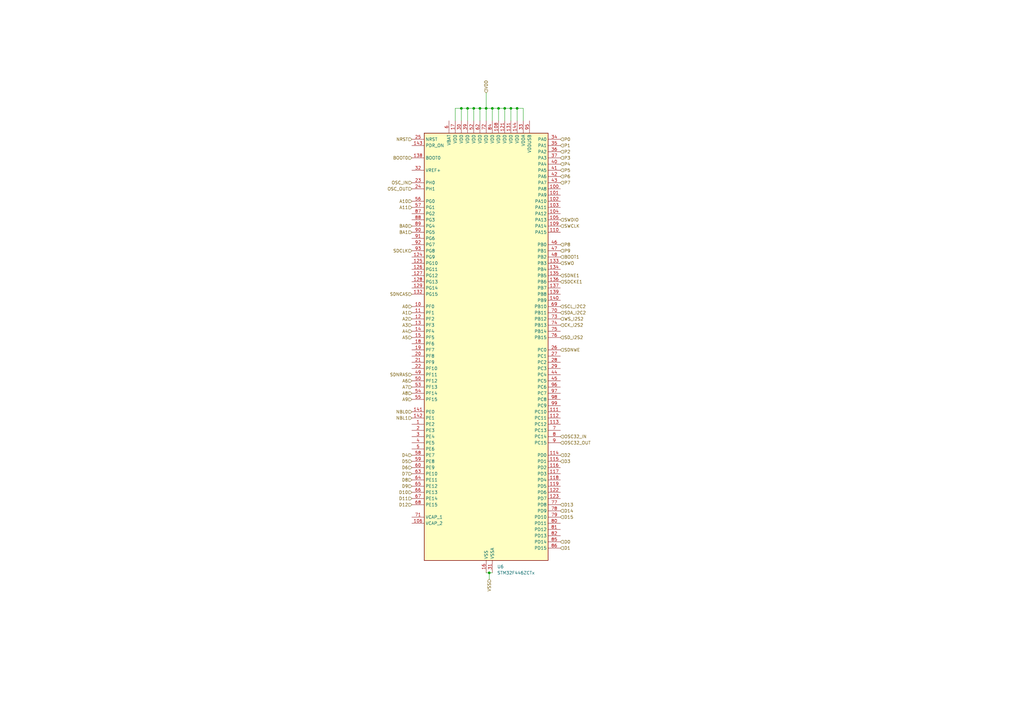
<source format=kicad_sch>
(kicad_sch (version 20230121) (generator eeschema)

  (uuid 95727e98-4649-430f-94d9-97a3779dc1a4)

  (paper "A3")

  (lib_symbols
    (symbol "MCU_ST_STM32F4:STM32F446ZCTx" (in_bom yes) (on_board yes)
      (property "Reference" "U" (at -25.4 90.17 0)
        (effects (font (size 1.27 1.27)) (justify left))
      )
      (property "Value" "STM32F446ZCTx" (at 20.32 90.17 0)
        (effects (font (size 1.27 1.27)) (justify left))
      )
      (property "Footprint" "Package_QFP:LQFP-144_20x20mm_P0.5mm" (at -25.4 -86.36 0)
        (effects (font (size 1.27 1.27)) (justify right) hide)
      )
      (property "Datasheet" "https://www.st.com/resource/en/datasheet/stm32f446zc.pdf" (at 0 0 0)
        (effects (font (size 1.27 1.27)) hide)
      )
      (property "ki_locked" "" (at 0 0 0)
        (effects (font (size 1.27 1.27)))
      )
      (property "ki_keywords" "Arm Cortex-M4 STM32F4 STM32F446" (at 0 0 0)
        (effects (font (size 1.27 1.27)) hide)
      )
      (property "ki_description" "STMicroelectronics Arm Cortex-M4 MCU, 256KB flash, 128KB RAM, 180 MHz, 1.8-3.6V, 114 GPIO, LQFP144" (at 0 0 0)
        (effects (font (size 1.27 1.27)) hide)
      )
      (property "ki_fp_filters" "LQFP*20x20mm*P0.5mm*" (at 0 0 0)
        (effects (font (size 1.27 1.27)) hide)
      )
      (symbol "STM32F446ZCTx_0_1"
        (rectangle (start -25.4 -86.36) (end 25.4 88.9)
          (stroke (width 0.254) (type default))
          (fill (type background))
        )
      )
      (symbol "STM32F446ZCTx_1_1"
        (pin bidirectional line (at -30.48 -30.48 0) (length 5.08)
          (name "PE2" (effects (font (size 1.27 1.27))))
          (number "1" (effects (font (size 1.27 1.27))))
          (alternate "FMC_A23" bidirectional line)
          (alternate "QUADSPI_BK1_IO2" bidirectional line)
          (alternate "SAI1_MCLK_A" bidirectional line)
          (alternate "SPI4_SCK" bidirectional line)
          (alternate "SYS_TRACECLK" bidirectional line)
        )
        (pin bidirectional line (at -30.48 17.78 0) (length 5.08)
          (name "PF0" (effects (font (size 1.27 1.27))))
          (number "10" (effects (font (size 1.27 1.27))))
          (alternate "FMC_A0" bidirectional line)
          (alternate "I2C2_SDA" bidirectional line)
        )
        (pin bidirectional line (at 30.48 66.04 180) (length 5.08)
          (name "PA8" (effects (font (size 1.27 1.27))))
          (number "100" (effects (font (size 1.27 1.27))))
          (alternate "I2C3_SCL" bidirectional line)
          (alternate "RCC_MCO_1" bidirectional line)
          (alternate "TIM1_CH1" bidirectional line)
          (alternate "USART1_CK" bidirectional line)
          (alternate "USB_OTG_FS_SOF" bidirectional line)
        )
        (pin bidirectional line (at 30.48 63.5 180) (length 5.08)
          (name "PA9" (effects (font (size 1.27 1.27))))
          (number "101" (effects (font (size 1.27 1.27))))
          (alternate "DAC_EXTI9" bidirectional line)
          (alternate "DCMI_D0" bidirectional line)
          (alternate "I2C3_SMBA" bidirectional line)
          (alternate "I2S2_CK" bidirectional line)
          (alternate "SAI1_SD_B" bidirectional line)
          (alternate "SPI2_SCK" bidirectional line)
          (alternate "TIM1_CH2" bidirectional line)
          (alternate "USART1_TX" bidirectional line)
          (alternate "USB_OTG_FS_VBUS" bidirectional line)
        )
        (pin bidirectional line (at 30.48 60.96 180) (length 5.08)
          (name "PA10" (effects (font (size 1.27 1.27))))
          (number "102" (effects (font (size 1.27 1.27))))
          (alternate "DCMI_D1" bidirectional line)
          (alternate "TIM1_CH3" bidirectional line)
          (alternate "USART1_RX" bidirectional line)
          (alternate "USB_OTG_FS_ID" bidirectional line)
        )
        (pin bidirectional line (at 30.48 58.42 180) (length 5.08)
          (name "PA11" (effects (font (size 1.27 1.27))))
          (number "103" (effects (font (size 1.27 1.27))))
          (alternate "ADC1_EXTI11" bidirectional line)
          (alternate "ADC2_EXTI11" bidirectional line)
          (alternate "ADC3_EXTI11" bidirectional line)
          (alternate "CAN1_RX" bidirectional line)
          (alternate "TIM1_CH4" bidirectional line)
          (alternate "USART1_CTS" bidirectional line)
          (alternate "USB_OTG_FS_DM" bidirectional line)
        )
        (pin bidirectional line (at 30.48 55.88 180) (length 5.08)
          (name "PA12" (effects (font (size 1.27 1.27))))
          (number "104" (effects (font (size 1.27 1.27))))
          (alternate "CAN1_TX" bidirectional line)
          (alternate "SAI2_FS_B" bidirectional line)
          (alternate "TIM1_ETR" bidirectional line)
          (alternate "USART1_RTS" bidirectional line)
          (alternate "USB_OTG_FS_DP" bidirectional line)
        )
        (pin bidirectional line (at 30.48 53.34 180) (length 5.08)
          (name "PA13" (effects (font (size 1.27 1.27))))
          (number "105" (effects (font (size 1.27 1.27))))
          (alternate "SYS_JTMS-SWDIO" bidirectional line)
        )
        (pin power_out line (at -30.48 -71.12 0) (length 5.08)
          (name "VCAP_2" (effects (font (size 1.27 1.27))))
          (number "106" (effects (font (size 1.27 1.27))))
        )
        (pin passive line (at 0 -91.44 90) (length 5.08) hide
          (name "VSS" (effects (font (size 1.27 1.27))))
          (number "107" (effects (font (size 1.27 1.27))))
        )
        (pin power_in line (at 5.08 93.98 270) (length 5.08)
          (name "VDD" (effects (font (size 1.27 1.27))))
          (number "108" (effects (font (size 1.27 1.27))))
        )
        (pin bidirectional line (at 30.48 50.8 180) (length 5.08)
          (name "PA14" (effects (font (size 1.27 1.27))))
          (number "109" (effects (font (size 1.27 1.27))))
          (alternate "SYS_JTCK-SWCLK" bidirectional line)
        )
        (pin bidirectional line (at -30.48 15.24 0) (length 5.08)
          (name "PF1" (effects (font (size 1.27 1.27))))
          (number "11" (effects (font (size 1.27 1.27))))
          (alternate "FMC_A1" bidirectional line)
          (alternate "I2C2_SCL" bidirectional line)
        )
        (pin bidirectional line (at 30.48 48.26 180) (length 5.08)
          (name "PA15" (effects (font (size 1.27 1.27))))
          (number "110" (effects (font (size 1.27 1.27))))
          (alternate "ADC1_EXTI15" bidirectional line)
          (alternate "ADC2_EXTI15" bidirectional line)
          (alternate "ADC3_EXTI15" bidirectional line)
          (alternate "CEC" bidirectional line)
          (alternate "I2S1_WS" bidirectional line)
          (alternate "I2S3_WS" bidirectional line)
          (alternate "SPI1_NSS" bidirectional line)
          (alternate "SPI3_NSS" bidirectional line)
          (alternate "SYS_JTDI" bidirectional line)
          (alternate "TIM2_CH1" bidirectional line)
          (alternate "TIM2_ETR" bidirectional line)
          (alternate "UART4_RTS" bidirectional line)
        )
        (pin bidirectional line (at 30.48 -25.4 180) (length 5.08)
          (name "PC10" (effects (font (size 1.27 1.27))))
          (number "111" (effects (font (size 1.27 1.27))))
          (alternate "DCMI_D8" bidirectional line)
          (alternate "I2S3_CK" bidirectional line)
          (alternate "QUADSPI_BK1_IO1" bidirectional line)
          (alternate "SDIO_D2" bidirectional line)
          (alternate "SPI3_SCK" bidirectional line)
          (alternate "UART4_TX" bidirectional line)
          (alternate "USART3_TX" bidirectional line)
        )
        (pin bidirectional line (at 30.48 -27.94 180) (length 5.08)
          (name "PC11" (effects (font (size 1.27 1.27))))
          (number "112" (effects (font (size 1.27 1.27))))
          (alternate "ADC1_EXTI11" bidirectional line)
          (alternate "ADC2_EXTI11" bidirectional line)
          (alternate "ADC3_EXTI11" bidirectional line)
          (alternate "DCMI_D4" bidirectional line)
          (alternate "QUADSPI_BK2_NCS" bidirectional line)
          (alternate "SDIO_D3" bidirectional line)
          (alternate "SPI3_MISO" bidirectional line)
          (alternate "UART4_RX" bidirectional line)
          (alternate "USART3_RX" bidirectional line)
        )
        (pin bidirectional line (at 30.48 -30.48 180) (length 5.08)
          (name "PC12" (effects (font (size 1.27 1.27))))
          (number "113" (effects (font (size 1.27 1.27))))
          (alternate "DCMI_D9" bidirectional line)
          (alternate "I2C2_SDA" bidirectional line)
          (alternate "I2S3_SD" bidirectional line)
          (alternate "SDIO_CK" bidirectional line)
          (alternate "SPI3_MOSI" bidirectional line)
          (alternate "UART5_TX" bidirectional line)
          (alternate "USART3_CK" bidirectional line)
        )
        (pin bidirectional line (at 30.48 -43.18 180) (length 5.08)
          (name "PD0" (effects (font (size 1.27 1.27))))
          (number "114" (effects (font (size 1.27 1.27))))
          (alternate "CAN1_RX" bidirectional line)
          (alternate "FMC_D2" bidirectional line)
          (alternate "FMC_DA2" bidirectional line)
          (alternate "I2S3_SD" bidirectional line)
          (alternate "SPI3_MOSI" bidirectional line)
          (alternate "SPI4_MISO" bidirectional line)
        )
        (pin bidirectional line (at 30.48 -45.72 180) (length 5.08)
          (name "PD1" (effects (font (size 1.27 1.27))))
          (number "115" (effects (font (size 1.27 1.27))))
          (alternate "CAN1_TX" bidirectional line)
          (alternate "FMC_D3" bidirectional line)
          (alternate "FMC_DA3" bidirectional line)
          (alternate "I2S2_WS" bidirectional line)
          (alternate "SPI2_NSS" bidirectional line)
        )
        (pin bidirectional line (at 30.48 -48.26 180) (length 5.08)
          (name "PD2" (effects (font (size 1.27 1.27))))
          (number "116" (effects (font (size 1.27 1.27))))
          (alternate "DCMI_D11" bidirectional line)
          (alternate "SDIO_CMD" bidirectional line)
          (alternate "TIM3_ETR" bidirectional line)
          (alternate "UART5_RX" bidirectional line)
        )
        (pin bidirectional line (at 30.48 -50.8 180) (length 5.08)
          (name "PD3" (effects (font (size 1.27 1.27))))
          (number "117" (effects (font (size 1.27 1.27))))
          (alternate "DCMI_D5" bidirectional line)
          (alternate "FMC_CLK" bidirectional line)
          (alternate "I2S2_CK" bidirectional line)
          (alternate "QUADSPI_CLK" bidirectional line)
          (alternate "SPI2_SCK" bidirectional line)
          (alternate "SYS_TRACED1" bidirectional line)
          (alternate "USART2_CTS" bidirectional line)
        )
        (pin bidirectional line (at 30.48 -53.34 180) (length 5.08)
          (name "PD4" (effects (font (size 1.27 1.27))))
          (number "118" (effects (font (size 1.27 1.27))))
          (alternate "FMC_NOE" bidirectional line)
          (alternate "USART2_RTS" bidirectional line)
        )
        (pin bidirectional line (at 30.48 -55.88 180) (length 5.08)
          (name "PD5" (effects (font (size 1.27 1.27))))
          (number "119" (effects (font (size 1.27 1.27))))
          (alternate "FMC_NWE" bidirectional line)
          (alternate "USART2_TX" bidirectional line)
        )
        (pin bidirectional line (at -30.48 12.7 0) (length 5.08)
          (name "PF2" (effects (font (size 1.27 1.27))))
          (number "12" (effects (font (size 1.27 1.27))))
          (alternate "FMC_A2" bidirectional line)
          (alternate "I2C2_SMBA" bidirectional line)
        )
        (pin passive line (at 0 -91.44 90) (length 5.08) hide
          (name "VSS" (effects (font (size 1.27 1.27))))
          (number "120" (effects (font (size 1.27 1.27))))
        )
        (pin power_in line (at 7.62 93.98 270) (length 5.08)
          (name "VDD" (effects (font (size 1.27 1.27))))
          (number "121" (effects (font (size 1.27 1.27))))
        )
        (pin bidirectional line (at 30.48 -58.42 180) (length 5.08)
          (name "PD6" (effects (font (size 1.27 1.27))))
          (number "122" (effects (font (size 1.27 1.27))))
          (alternate "DCMI_D10" bidirectional line)
          (alternate "FMC_NWAIT" bidirectional line)
          (alternate "I2S3_SD" bidirectional line)
          (alternate "SAI1_SD_A" bidirectional line)
          (alternate "SPI3_MOSI" bidirectional line)
          (alternate "USART2_RX" bidirectional line)
        )
        (pin bidirectional line (at 30.48 -60.96 180) (length 5.08)
          (name "PD7" (effects (font (size 1.27 1.27))))
          (number "123" (effects (font (size 1.27 1.27))))
          (alternate "FMC_NE1" bidirectional line)
          (alternate "SPDIFRX_IN0" bidirectional line)
          (alternate "USART2_CK" bidirectional line)
        )
        (pin bidirectional line (at -30.48 38.1 0) (length 5.08)
          (name "PG9" (effects (font (size 1.27 1.27))))
          (number "124" (effects (font (size 1.27 1.27))))
          (alternate "DAC_EXTI9" bidirectional line)
          (alternate "DCMI_VSYNC" bidirectional line)
          (alternate "FMC_NCE3" bidirectional line)
          (alternate "FMC_NE2" bidirectional line)
          (alternate "QUADSPI_BK2_IO2" bidirectional line)
          (alternate "SAI2_FS_B" bidirectional line)
          (alternate "SPDIFRX_IN3" bidirectional line)
          (alternate "USART6_RX" bidirectional line)
        )
        (pin bidirectional line (at -30.48 35.56 0) (length 5.08)
          (name "PG10" (effects (font (size 1.27 1.27))))
          (number "125" (effects (font (size 1.27 1.27))))
          (alternate "DCMI_D2" bidirectional line)
          (alternate "FMC_NE3" bidirectional line)
          (alternate "SAI2_SD_B" bidirectional line)
        )
        (pin bidirectional line (at -30.48 33.02 0) (length 5.08)
          (name "PG11" (effects (font (size 1.27 1.27))))
          (number "126" (effects (font (size 1.27 1.27))))
          (alternate "ADC1_EXTI11" bidirectional line)
          (alternate "ADC2_EXTI11" bidirectional line)
          (alternate "ADC3_EXTI11" bidirectional line)
          (alternate "DCMI_D3" bidirectional line)
          (alternate "SPDIFRX_IN0" bidirectional line)
          (alternate "SPI4_SCK" bidirectional line)
        )
        (pin bidirectional line (at -30.48 30.48 0) (length 5.08)
          (name "PG12" (effects (font (size 1.27 1.27))))
          (number "127" (effects (font (size 1.27 1.27))))
          (alternate "FMC_NE4" bidirectional line)
          (alternate "SPDIFRX_IN1" bidirectional line)
          (alternate "SPI4_MISO" bidirectional line)
          (alternate "USART6_RTS" bidirectional line)
        )
        (pin bidirectional line (at -30.48 27.94 0) (length 5.08)
          (name "PG13" (effects (font (size 1.27 1.27))))
          (number "128" (effects (font (size 1.27 1.27))))
          (alternate "FMC_A24" bidirectional line)
          (alternate "SPI4_MOSI" bidirectional line)
          (alternate "SYS_TRACED2" bidirectional line)
          (alternate "USART6_CTS" bidirectional line)
        )
        (pin bidirectional line (at -30.48 25.4 0) (length 5.08)
          (name "PG14" (effects (font (size 1.27 1.27))))
          (number "129" (effects (font (size 1.27 1.27))))
          (alternate "FMC_A25" bidirectional line)
          (alternate "QUADSPI_BK2_IO3" bidirectional line)
          (alternate "SPI4_NSS" bidirectional line)
          (alternate "SYS_TRACED3" bidirectional line)
          (alternate "USART6_TX" bidirectional line)
        )
        (pin bidirectional line (at -30.48 10.16 0) (length 5.08)
          (name "PF3" (effects (font (size 1.27 1.27))))
          (number "13" (effects (font (size 1.27 1.27))))
          (alternate "ADC3_IN9" bidirectional line)
          (alternate "FMC_A3" bidirectional line)
        )
        (pin passive line (at 0 -91.44 90) (length 5.08) hide
          (name "VSS" (effects (font (size 1.27 1.27))))
          (number "130" (effects (font (size 1.27 1.27))))
        )
        (pin power_in line (at 10.16 93.98 270) (length 5.08)
          (name "VDD" (effects (font (size 1.27 1.27))))
          (number "131" (effects (font (size 1.27 1.27))))
        )
        (pin bidirectional line (at -30.48 22.86 0) (length 5.08)
          (name "PG15" (effects (font (size 1.27 1.27))))
          (number "132" (effects (font (size 1.27 1.27))))
          (alternate "ADC1_EXTI15" bidirectional line)
          (alternate "ADC2_EXTI15" bidirectional line)
          (alternate "ADC3_EXTI15" bidirectional line)
          (alternate "DCMI_D13" bidirectional line)
          (alternate "FMC_SDNCAS" bidirectional line)
          (alternate "USART6_CTS" bidirectional line)
        )
        (pin bidirectional line (at 30.48 35.56 180) (length 5.08)
          (name "PB3" (effects (font (size 1.27 1.27))))
          (number "133" (effects (font (size 1.27 1.27))))
          (alternate "I2C2_SDA" bidirectional line)
          (alternate "I2S1_CK" bidirectional line)
          (alternate "I2S3_CK" bidirectional line)
          (alternate "SPI1_SCK" bidirectional line)
          (alternate "SPI3_SCK" bidirectional line)
          (alternate "SYS_JTDO-SWO" bidirectional line)
          (alternate "TIM2_CH2" bidirectional line)
        )
        (pin bidirectional line (at 30.48 33.02 180) (length 5.08)
          (name "PB4" (effects (font (size 1.27 1.27))))
          (number "134" (effects (font (size 1.27 1.27))))
          (alternate "I2C3_SDA" bidirectional line)
          (alternate "I2S2_WS" bidirectional line)
          (alternate "SPI1_MISO" bidirectional line)
          (alternate "SPI2_NSS" bidirectional line)
          (alternate "SPI3_MISO" bidirectional line)
          (alternate "SYS_JTRST" bidirectional line)
          (alternate "TIM3_CH1" bidirectional line)
        )
        (pin bidirectional line (at 30.48 30.48 180) (length 5.08)
          (name "PB5" (effects (font (size 1.27 1.27))))
          (number "135" (effects (font (size 1.27 1.27))))
          (alternate "CAN2_RX" bidirectional line)
          (alternate "DCMI_D10" bidirectional line)
          (alternate "FMC_SDCKE1" bidirectional line)
          (alternate "I2C1_SMBA" bidirectional line)
          (alternate "I2S1_SD" bidirectional line)
          (alternate "I2S3_SD" bidirectional line)
          (alternate "SPI1_MOSI" bidirectional line)
          (alternate "SPI3_MOSI" bidirectional line)
          (alternate "TIM3_CH2" bidirectional line)
          (alternate "USB_OTG_HS_ULPI_D7" bidirectional line)
        )
        (pin bidirectional line (at 30.48 27.94 180) (length 5.08)
          (name "PB6" (effects (font (size 1.27 1.27))))
          (number "136" (effects (font (size 1.27 1.27))))
          (alternate "CAN2_TX" bidirectional line)
          (alternate "CEC" bidirectional line)
          (alternate "DCMI_D5" bidirectional line)
          (alternate "FMC_SDNE1" bidirectional line)
          (alternate "I2C1_SCL" bidirectional line)
          (alternate "QUADSPI_BK1_NCS" bidirectional line)
          (alternate "TIM4_CH1" bidirectional line)
          (alternate "USART1_TX" bidirectional line)
        )
        (pin bidirectional line (at 30.48 25.4 180) (length 5.08)
          (name "PB7" (effects (font (size 1.27 1.27))))
          (number "137" (effects (font (size 1.27 1.27))))
          (alternate "DCMI_VSYNC" bidirectional line)
          (alternate "FMC_NL" bidirectional line)
          (alternate "I2C1_SDA" bidirectional line)
          (alternate "SPDIFRX_IN0" bidirectional line)
          (alternate "TIM4_CH2" bidirectional line)
          (alternate "USART1_RX" bidirectional line)
        )
        (pin input line (at -30.48 78.74 0) (length 5.08)
          (name "BOOT0" (effects (font (size 1.27 1.27))))
          (number "138" (effects (font (size 1.27 1.27))))
        )
        (pin bidirectional line (at 30.48 22.86 180) (length 5.08)
          (name "PB8" (effects (font (size 1.27 1.27))))
          (number "139" (effects (font (size 1.27 1.27))))
          (alternate "CAN1_RX" bidirectional line)
          (alternate "DCMI_D6" bidirectional line)
          (alternate "I2C1_SCL" bidirectional line)
          (alternate "SDIO_D4" bidirectional line)
          (alternate "TIM10_CH1" bidirectional line)
          (alternate "TIM2_CH1" bidirectional line)
          (alternate "TIM2_ETR" bidirectional line)
          (alternate "TIM4_CH3" bidirectional line)
        )
        (pin bidirectional line (at -30.48 7.62 0) (length 5.08)
          (name "PF4" (effects (font (size 1.27 1.27))))
          (number "14" (effects (font (size 1.27 1.27))))
          (alternate "ADC3_IN14" bidirectional line)
          (alternate "FMC_A4" bidirectional line)
        )
        (pin bidirectional line (at 30.48 20.32 180) (length 5.08)
          (name "PB9" (effects (font (size 1.27 1.27))))
          (number "140" (effects (font (size 1.27 1.27))))
          (alternate "CAN1_TX" bidirectional line)
          (alternate "DAC_EXTI9" bidirectional line)
          (alternate "DCMI_D7" bidirectional line)
          (alternate "I2C1_SDA" bidirectional line)
          (alternate "I2S2_WS" bidirectional line)
          (alternate "SAI1_FS_B" bidirectional line)
          (alternate "SDIO_D5" bidirectional line)
          (alternate "SPI2_NSS" bidirectional line)
          (alternate "TIM11_CH1" bidirectional line)
          (alternate "TIM2_CH2" bidirectional line)
          (alternate "TIM4_CH4" bidirectional line)
        )
        (pin bidirectional line (at -30.48 -25.4 0) (length 5.08)
          (name "PE0" (effects (font (size 1.27 1.27))))
          (number "141" (effects (font (size 1.27 1.27))))
          (alternate "DCMI_D2" bidirectional line)
          (alternate "FMC_NBL0" bidirectional line)
          (alternate "SAI2_MCLK_A" bidirectional line)
          (alternate "TIM4_ETR" bidirectional line)
        )
        (pin bidirectional line (at -30.48 -27.94 0) (length 5.08)
          (name "PE1" (effects (font (size 1.27 1.27))))
          (number "142" (effects (font (size 1.27 1.27))))
          (alternate "DCMI_D3" bidirectional line)
          (alternate "FMC_NBL1" bidirectional line)
        )
        (pin input line (at -30.48 83.82 0) (length 5.08)
          (name "PDR_ON" (effects (font (size 1.27 1.27))))
          (number "143" (effects (font (size 1.27 1.27))))
        )
        (pin power_in line (at 12.7 93.98 270) (length 5.08)
          (name "VDD" (effects (font (size 1.27 1.27))))
          (number "144" (effects (font (size 1.27 1.27))))
        )
        (pin bidirectional line (at -30.48 5.08 0) (length 5.08)
          (name "PF5" (effects (font (size 1.27 1.27))))
          (number "15" (effects (font (size 1.27 1.27))))
          (alternate "ADC3_IN15" bidirectional line)
          (alternate "FMC_A5" bidirectional line)
        )
        (pin power_in line (at 0 -91.44 90) (length 5.08)
          (name "VSS" (effects (font (size 1.27 1.27))))
          (number "16" (effects (font (size 1.27 1.27))))
        )
        (pin power_in line (at -12.7 93.98 270) (length 5.08)
          (name "VDD" (effects (font (size 1.27 1.27))))
          (number "17" (effects (font (size 1.27 1.27))))
        )
        (pin bidirectional line (at -30.48 2.54 0) (length 5.08)
          (name "PF6" (effects (font (size 1.27 1.27))))
          (number "18" (effects (font (size 1.27 1.27))))
          (alternate "ADC3_IN4" bidirectional line)
          (alternate "QUADSPI_BK1_IO3" bidirectional line)
          (alternate "SAI1_SD_B" bidirectional line)
          (alternate "TIM10_CH1" bidirectional line)
        )
        (pin bidirectional line (at -30.48 0 0) (length 5.08)
          (name "PF7" (effects (font (size 1.27 1.27))))
          (number "19" (effects (font (size 1.27 1.27))))
          (alternate "ADC3_IN5" bidirectional line)
          (alternate "QUADSPI_BK1_IO2" bidirectional line)
          (alternate "SAI1_MCLK_B" bidirectional line)
          (alternate "TIM11_CH1" bidirectional line)
        )
        (pin bidirectional line (at -30.48 -33.02 0) (length 5.08)
          (name "PE3" (effects (font (size 1.27 1.27))))
          (number "2" (effects (font (size 1.27 1.27))))
          (alternate "FMC_A19" bidirectional line)
          (alternate "SAI1_SD_B" bidirectional line)
          (alternate "SYS_TRACED0" bidirectional line)
        )
        (pin bidirectional line (at -30.48 -2.54 0) (length 5.08)
          (name "PF8" (effects (font (size 1.27 1.27))))
          (number "20" (effects (font (size 1.27 1.27))))
          (alternate "ADC3_IN6" bidirectional line)
          (alternate "QUADSPI_BK1_IO0" bidirectional line)
          (alternate "SAI1_SCK_B" bidirectional line)
          (alternate "TIM13_CH1" bidirectional line)
        )
        (pin bidirectional line (at -30.48 -5.08 0) (length 5.08)
          (name "PF9" (effects (font (size 1.27 1.27))))
          (number "21" (effects (font (size 1.27 1.27))))
          (alternate "ADC3_IN7" bidirectional line)
          (alternate "DAC_EXTI9" bidirectional line)
          (alternate "QUADSPI_BK1_IO1" bidirectional line)
          (alternate "SAI1_FS_B" bidirectional line)
          (alternate "TIM14_CH1" bidirectional line)
        )
        (pin bidirectional line (at -30.48 -7.62 0) (length 5.08)
          (name "PF10" (effects (font (size 1.27 1.27))))
          (number "22" (effects (font (size 1.27 1.27))))
          (alternate "ADC3_IN8" bidirectional line)
          (alternate "DCMI_D11" bidirectional line)
        )
        (pin bidirectional line (at -30.48 68.58 0) (length 5.08)
          (name "PH0" (effects (font (size 1.27 1.27))))
          (number "23" (effects (font (size 1.27 1.27))))
          (alternate "RCC_OSC_IN" bidirectional line)
        )
        (pin bidirectional line (at -30.48 66.04 0) (length 5.08)
          (name "PH1" (effects (font (size 1.27 1.27))))
          (number "24" (effects (font (size 1.27 1.27))))
          (alternate "RCC_OSC_OUT" bidirectional line)
        )
        (pin input line (at -30.48 86.36 0) (length 5.08)
          (name "NRST" (effects (font (size 1.27 1.27))))
          (number "25" (effects (font (size 1.27 1.27))))
        )
        (pin bidirectional line (at 30.48 0 180) (length 5.08)
          (name "PC0" (effects (font (size 1.27 1.27))))
          (number "26" (effects (font (size 1.27 1.27))))
          (alternate "ADC1_IN10" bidirectional line)
          (alternate "ADC2_IN10" bidirectional line)
          (alternate "ADC3_IN10" bidirectional line)
          (alternate "FMC_SDNWE" bidirectional line)
          (alternate "SAI1_MCLK_B" bidirectional line)
          (alternate "USB_OTG_HS_ULPI_STP" bidirectional line)
        )
        (pin bidirectional line (at 30.48 -2.54 180) (length 5.08)
          (name "PC1" (effects (font (size 1.27 1.27))))
          (number "27" (effects (font (size 1.27 1.27))))
          (alternate "ADC1_IN11" bidirectional line)
          (alternate "ADC2_IN11" bidirectional line)
          (alternate "ADC3_IN11" bidirectional line)
          (alternate "I2S2_SD" bidirectional line)
          (alternate "I2S3_SD" bidirectional line)
          (alternate "SAI1_SD_A" bidirectional line)
          (alternate "SPI2_MOSI" bidirectional line)
          (alternate "SPI3_MOSI" bidirectional line)
        )
        (pin bidirectional line (at 30.48 -5.08 180) (length 5.08)
          (name "PC2" (effects (font (size 1.27 1.27))))
          (number "28" (effects (font (size 1.27 1.27))))
          (alternate "ADC1_IN12" bidirectional line)
          (alternate "ADC2_IN12" bidirectional line)
          (alternate "ADC3_IN12" bidirectional line)
          (alternate "FMC_SDNE0" bidirectional line)
          (alternate "SPI2_MISO" bidirectional line)
          (alternate "USB_OTG_HS_ULPI_DIR" bidirectional line)
        )
        (pin bidirectional line (at 30.48 -7.62 180) (length 5.08)
          (name "PC3" (effects (font (size 1.27 1.27))))
          (number "29" (effects (font (size 1.27 1.27))))
          (alternate "ADC1_IN13" bidirectional line)
          (alternate "ADC2_IN13" bidirectional line)
          (alternate "ADC3_IN13" bidirectional line)
          (alternate "FMC_SDCKE0" bidirectional line)
          (alternate "I2S2_SD" bidirectional line)
          (alternate "SPI2_MOSI" bidirectional line)
          (alternate "USB_OTG_HS_ULPI_NXT" bidirectional line)
        )
        (pin bidirectional line (at -30.48 -35.56 0) (length 5.08)
          (name "PE4" (effects (font (size 1.27 1.27))))
          (number "3" (effects (font (size 1.27 1.27))))
          (alternate "DCMI_D4" bidirectional line)
          (alternate "FMC_A20" bidirectional line)
          (alternate "SAI1_FS_A" bidirectional line)
          (alternate "SPI4_NSS" bidirectional line)
          (alternate "SYS_TRACED1" bidirectional line)
        )
        (pin power_in line (at -10.16 93.98 270) (length 5.08)
          (name "VDD" (effects (font (size 1.27 1.27))))
          (number "30" (effects (font (size 1.27 1.27))))
        )
        (pin power_in line (at 2.54 -91.44 90) (length 5.08)
          (name "VSSA" (effects (font (size 1.27 1.27))))
          (number "31" (effects (font (size 1.27 1.27))))
        )
        (pin input line (at -30.48 73.66 0) (length 5.08)
          (name "VREF+" (effects (font (size 1.27 1.27))))
          (number "32" (effects (font (size 1.27 1.27))))
        )
        (pin power_in line (at 15.24 93.98 270) (length 5.08)
          (name "VDDA" (effects (font (size 1.27 1.27))))
          (number "33" (effects (font (size 1.27 1.27))))
        )
        (pin bidirectional line (at 30.48 86.36 180) (length 5.08)
          (name "PA0" (effects (font (size 1.27 1.27))))
          (number "34" (effects (font (size 1.27 1.27))))
          (alternate "ADC1_IN0" bidirectional line)
          (alternate "ADC2_IN0" bidirectional line)
          (alternate "ADC3_IN0" bidirectional line)
          (alternate "RTC_AF2" bidirectional line)
          (alternate "SYS_WKUP0" bidirectional line)
          (alternate "TIM2_CH1" bidirectional line)
          (alternate "TIM2_ETR" bidirectional line)
          (alternate "TIM5_CH1" bidirectional line)
          (alternate "TIM8_ETR" bidirectional line)
          (alternate "UART4_TX" bidirectional line)
          (alternate "USART2_CTS" bidirectional line)
        )
        (pin bidirectional line (at 30.48 83.82 180) (length 5.08)
          (name "PA1" (effects (font (size 1.27 1.27))))
          (number "35" (effects (font (size 1.27 1.27))))
          (alternate "ADC1_IN1" bidirectional line)
          (alternate "ADC2_IN1" bidirectional line)
          (alternate "ADC3_IN1" bidirectional line)
          (alternate "QUADSPI_BK1_IO3" bidirectional line)
          (alternate "SAI2_MCLK_B" bidirectional line)
          (alternate "TIM2_CH2" bidirectional line)
          (alternate "TIM5_CH2" bidirectional line)
          (alternate "UART4_RX" bidirectional line)
          (alternate "USART2_RTS" bidirectional line)
        )
        (pin bidirectional line (at 30.48 81.28 180) (length 5.08)
          (name "PA2" (effects (font (size 1.27 1.27))))
          (number "36" (effects (font (size 1.27 1.27))))
          (alternate "ADC1_IN2" bidirectional line)
          (alternate "ADC2_IN2" bidirectional line)
          (alternate "ADC3_IN2" bidirectional line)
          (alternate "SAI2_SCK_B" bidirectional line)
          (alternate "TIM2_CH3" bidirectional line)
          (alternate "TIM5_CH3" bidirectional line)
          (alternate "TIM9_CH1" bidirectional line)
          (alternate "USART2_TX" bidirectional line)
        )
        (pin bidirectional line (at 30.48 78.74 180) (length 5.08)
          (name "PA3" (effects (font (size 1.27 1.27))))
          (number "37" (effects (font (size 1.27 1.27))))
          (alternate "ADC1_IN3" bidirectional line)
          (alternate "ADC2_IN3" bidirectional line)
          (alternate "ADC3_IN3" bidirectional line)
          (alternate "SAI1_FS_A" bidirectional line)
          (alternate "TIM2_CH4" bidirectional line)
          (alternate "TIM5_CH4" bidirectional line)
          (alternate "TIM9_CH2" bidirectional line)
          (alternate "USART2_RX" bidirectional line)
          (alternate "USB_OTG_HS_ULPI_D0" bidirectional line)
        )
        (pin passive line (at 0 -91.44 90) (length 5.08) hide
          (name "VSS" (effects (font (size 1.27 1.27))))
          (number "38" (effects (font (size 1.27 1.27))))
        )
        (pin power_in line (at -7.62 93.98 270) (length 5.08)
          (name "VDD" (effects (font (size 1.27 1.27))))
          (number "39" (effects (font (size 1.27 1.27))))
        )
        (pin bidirectional line (at -30.48 -38.1 0) (length 5.08)
          (name "PE5" (effects (font (size 1.27 1.27))))
          (number "4" (effects (font (size 1.27 1.27))))
          (alternate "DCMI_D6" bidirectional line)
          (alternate "FMC_A21" bidirectional line)
          (alternate "SAI1_SCK_A" bidirectional line)
          (alternate "SPI4_MISO" bidirectional line)
          (alternate "SYS_TRACED2" bidirectional line)
          (alternate "TIM9_CH1" bidirectional line)
        )
        (pin bidirectional line (at 30.48 76.2 180) (length 5.08)
          (name "PA4" (effects (font (size 1.27 1.27))))
          (number "40" (effects (font (size 1.27 1.27))))
          (alternate "ADC1_IN4" bidirectional line)
          (alternate "ADC2_IN4" bidirectional line)
          (alternate "DAC_OUT1" bidirectional line)
          (alternate "DCMI_HSYNC" bidirectional line)
          (alternate "I2S1_WS" bidirectional line)
          (alternate "I2S3_WS" bidirectional line)
          (alternate "SPI1_NSS" bidirectional line)
          (alternate "SPI3_NSS" bidirectional line)
          (alternate "USART2_CK" bidirectional line)
          (alternate "USB_OTG_HS_SOF" bidirectional line)
        )
        (pin bidirectional line (at 30.48 73.66 180) (length 5.08)
          (name "PA5" (effects (font (size 1.27 1.27))))
          (number "41" (effects (font (size 1.27 1.27))))
          (alternate "ADC1_IN5" bidirectional line)
          (alternate "ADC2_IN5" bidirectional line)
          (alternate "DAC_OUT2" bidirectional line)
          (alternate "I2S1_CK" bidirectional line)
          (alternate "SPI1_SCK" bidirectional line)
          (alternate "TIM2_CH1" bidirectional line)
          (alternate "TIM2_ETR" bidirectional line)
          (alternate "TIM8_CH1N" bidirectional line)
          (alternate "USB_OTG_HS_ULPI_CK" bidirectional line)
        )
        (pin bidirectional line (at 30.48 71.12 180) (length 5.08)
          (name "PA6" (effects (font (size 1.27 1.27))))
          (number "42" (effects (font (size 1.27 1.27))))
          (alternate "ADC1_IN6" bidirectional line)
          (alternate "ADC2_IN6" bidirectional line)
          (alternate "DCMI_PIXCLK" bidirectional line)
          (alternate "I2S2_MCK" bidirectional line)
          (alternate "SPI1_MISO" bidirectional line)
          (alternate "TIM13_CH1" bidirectional line)
          (alternate "TIM1_BKIN" bidirectional line)
          (alternate "TIM3_CH1" bidirectional line)
          (alternate "TIM8_BKIN" bidirectional line)
        )
        (pin bidirectional line (at 30.48 68.58 180) (length 5.08)
          (name "PA7" (effects (font (size 1.27 1.27))))
          (number "43" (effects (font (size 1.27 1.27))))
          (alternate "ADC1_IN7" bidirectional line)
          (alternate "ADC2_IN7" bidirectional line)
          (alternate "FMC_SDNWE" bidirectional line)
          (alternate "I2S1_SD" bidirectional line)
          (alternate "SPI1_MOSI" bidirectional line)
          (alternate "TIM14_CH1" bidirectional line)
          (alternate "TIM1_CH1N" bidirectional line)
          (alternate "TIM3_CH2" bidirectional line)
          (alternate "TIM8_CH1N" bidirectional line)
        )
        (pin bidirectional line (at 30.48 -10.16 180) (length 5.08)
          (name "PC4" (effects (font (size 1.27 1.27))))
          (number "44" (effects (font (size 1.27 1.27))))
          (alternate "ADC1_IN14" bidirectional line)
          (alternate "ADC2_IN14" bidirectional line)
          (alternate "FMC_SDNE0" bidirectional line)
          (alternate "I2S1_MCK" bidirectional line)
          (alternate "SPDIFRX_IN2" bidirectional line)
        )
        (pin bidirectional line (at 30.48 -12.7 180) (length 5.08)
          (name "PC5" (effects (font (size 1.27 1.27))))
          (number "45" (effects (font (size 1.27 1.27))))
          (alternate "ADC1_IN15" bidirectional line)
          (alternate "ADC2_IN15" bidirectional line)
          (alternate "FMC_SDCKE0" bidirectional line)
          (alternate "SPDIFRX_IN3" bidirectional line)
          (alternate "USART3_RX" bidirectional line)
        )
        (pin bidirectional line (at 30.48 43.18 180) (length 5.08)
          (name "PB0" (effects (font (size 1.27 1.27))))
          (number "46" (effects (font (size 1.27 1.27))))
          (alternate "ADC1_IN8" bidirectional line)
          (alternate "ADC2_IN8" bidirectional line)
          (alternate "I2S3_SD" bidirectional line)
          (alternate "SDIO_D1" bidirectional line)
          (alternate "SPI3_MOSI" bidirectional line)
          (alternate "TIM1_CH2N" bidirectional line)
          (alternate "TIM3_CH3" bidirectional line)
          (alternate "TIM8_CH2N" bidirectional line)
          (alternate "UART4_CTS" bidirectional line)
          (alternate "USB_OTG_HS_ULPI_D1" bidirectional line)
        )
        (pin bidirectional line (at 30.48 40.64 180) (length 5.08)
          (name "PB1" (effects (font (size 1.27 1.27))))
          (number "47" (effects (font (size 1.27 1.27))))
          (alternate "ADC1_IN9" bidirectional line)
          (alternate "ADC2_IN9" bidirectional line)
          (alternate "SDIO_D2" bidirectional line)
          (alternate "TIM1_CH3N" bidirectional line)
          (alternate "TIM3_CH4" bidirectional line)
          (alternate "TIM8_CH3N" bidirectional line)
          (alternate "USB_OTG_HS_ULPI_D2" bidirectional line)
        )
        (pin bidirectional line (at 30.48 38.1 180) (length 5.08)
          (name "PB2" (effects (font (size 1.27 1.27))))
          (number "48" (effects (font (size 1.27 1.27))))
          (alternate "I2S3_SD" bidirectional line)
          (alternate "QUADSPI_CLK" bidirectional line)
          (alternate "SAI1_SD_A" bidirectional line)
          (alternate "SDIO_CK" bidirectional line)
          (alternate "SPI3_MOSI" bidirectional line)
          (alternate "TIM2_CH4" bidirectional line)
          (alternate "USB_OTG_HS_ULPI_D4" bidirectional line)
        )
        (pin bidirectional line (at -30.48 -10.16 0) (length 5.08)
          (name "PF11" (effects (font (size 1.27 1.27))))
          (number "49" (effects (font (size 1.27 1.27))))
          (alternate "ADC1_EXTI11" bidirectional line)
          (alternate "ADC2_EXTI11" bidirectional line)
          (alternate "ADC3_EXTI11" bidirectional line)
          (alternate "DCMI_D12" bidirectional line)
          (alternate "FMC_SDNRAS" bidirectional line)
          (alternate "SAI2_SD_B" bidirectional line)
        )
        (pin bidirectional line (at -30.48 -40.64 0) (length 5.08)
          (name "PE6" (effects (font (size 1.27 1.27))))
          (number "5" (effects (font (size 1.27 1.27))))
          (alternate "DCMI_D7" bidirectional line)
          (alternate "FMC_A22" bidirectional line)
          (alternate "SAI1_SD_A" bidirectional line)
          (alternate "SPI4_MOSI" bidirectional line)
          (alternate "SYS_TRACED3" bidirectional line)
          (alternate "TIM9_CH2" bidirectional line)
        )
        (pin bidirectional line (at -30.48 -12.7 0) (length 5.08)
          (name "PF12" (effects (font (size 1.27 1.27))))
          (number "50" (effects (font (size 1.27 1.27))))
          (alternate "FMC_A6" bidirectional line)
        )
        (pin passive line (at 0 -91.44 90) (length 5.08) hide
          (name "VSS" (effects (font (size 1.27 1.27))))
          (number "51" (effects (font (size 1.27 1.27))))
        )
        (pin power_in line (at -5.08 93.98 270) (length 5.08)
          (name "VDD" (effects (font (size 1.27 1.27))))
          (number "52" (effects (font (size 1.27 1.27))))
        )
        (pin bidirectional line (at -30.48 -15.24 0) (length 5.08)
          (name "PF13" (effects (font (size 1.27 1.27))))
          (number "53" (effects (font (size 1.27 1.27))))
          (alternate "FMC_A7" bidirectional line)
          (alternate "FMPI2C1_SMBA" bidirectional line)
        )
        (pin bidirectional line (at -30.48 -17.78 0) (length 5.08)
          (name "PF14" (effects (font (size 1.27 1.27))))
          (number "54" (effects (font (size 1.27 1.27))))
          (alternate "FMC_A8" bidirectional line)
          (alternate "FMPI2C1_SCL" bidirectional line)
        )
        (pin bidirectional line (at -30.48 -20.32 0) (length 5.08)
          (name "PF15" (effects (font (size 1.27 1.27))))
          (number "55" (effects (font (size 1.27 1.27))))
          (alternate "ADC1_EXTI15" bidirectional line)
          (alternate "ADC2_EXTI15" bidirectional line)
          (alternate "ADC3_EXTI15" bidirectional line)
          (alternate "FMC_A9" bidirectional line)
          (alternate "FMPI2C1_SDA" bidirectional line)
        )
        (pin bidirectional line (at -30.48 60.96 0) (length 5.08)
          (name "PG0" (effects (font (size 1.27 1.27))))
          (number "56" (effects (font (size 1.27 1.27))))
          (alternate "FMC_A10" bidirectional line)
        )
        (pin bidirectional line (at -30.48 58.42 0) (length 5.08)
          (name "PG1" (effects (font (size 1.27 1.27))))
          (number "57" (effects (font (size 1.27 1.27))))
          (alternate "FMC_A11" bidirectional line)
        )
        (pin bidirectional line (at -30.48 -43.18 0) (length 5.08)
          (name "PE7" (effects (font (size 1.27 1.27))))
          (number "58" (effects (font (size 1.27 1.27))))
          (alternate "FMC_D4" bidirectional line)
          (alternate "FMC_DA4" bidirectional line)
          (alternate "QUADSPI_BK2_IO0" bidirectional line)
          (alternate "TIM1_ETR" bidirectional line)
          (alternate "UART5_RX" bidirectional line)
        )
        (pin bidirectional line (at -30.48 -45.72 0) (length 5.08)
          (name "PE8" (effects (font (size 1.27 1.27))))
          (number "59" (effects (font (size 1.27 1.27))))
          (alternate "FMC_D5" bidirectional line)
          (alternate "FMC_DA5" bidirectional line)
          (alternate "QUADSPI_BK2_IO1" bidirectional line)
          (alternate "TIM1_CH1N" bidirectional line)
          (alternate "UART5_TX" bidirectional line)
        )
        (pin power_in line (at -15.24 93.98 270) (length 5.08)
          (name "VBAT" (effects (font (size 1.27 1.27))))
          (number "6" (effects (font (size 1.27 1.27))))
        )
        (pin bidirectional line (at -30.48 -48.26 0) (length 5.08)
          (name "PE9" (effects (font (size 1.27 1.27))))
          (number "60" (effects (font (size 1.27 1.27))))
          (alternate "DAC_EXTI9" bidirectional line)
          (alternate "FMC_D6" bidirectional line)
          (alternate "FMC_DA6" bidirectional line)
          (alternate "QUADSPI_BK2_IO2" bidirectional line)
          (alternate "TIM1_CH1" bidirectional line)
        )
        (pin passive line (at 0 -91.44 90) (length 5.08) hide
          (name "VSS" (effects (font (size 1.27 1.27))))
          (number "61" (effects (font (size 1.27 1.27))))
        )
        (pin power_in line (at -2.54 93.98 270) (length 5.08)
          (name "VDD" (effects (font (size 1.27 1.27))))
          (number "62" (effects (font (size 1.27 1.27))))
        )
        (pin bidirectional line (at -30.48 -50.8 0) (length 5.08)
          (name "PE10" (effects (font (size 1.27 1.27))))
          (number "63" (effects (font (size 1.27 1.27))))
          (alternate "FMC_D7" bidirectional line)
          (alternate "FMC_DA7" bidirectional line)
          (alternate "QUADSPI_BK2_IO3" bidirectional line)
          (alternate "TIM1_CH2N" bidirectional line)
        )
        (pin bidirectional line (at -30.48 -53.34 0) (length 5.08)
          (name "PE11" (effects (font (size 1.27 1.27))))
          (number "64" (effects (font (size 1.27 1.27))))
          (alternate "ADC1_EXTI11" bidirectional line)
          (alternate "ADC2_EXTI11" bidirectional line)
          (alternate "ADC3_EXTI11" bidirectional line)
          (alternate "FMC_D8" bidirectional line)
          (alternate "FMC_DA8" bidirectional line)
          (alternate "SAI2_SD_B" bidirectional line)
          (alternate "SPI4_NSS" bidirectional line)
          (alternate "TIM1_CH2" bidirectional line)
        )
        (pin bidirectional line (at -30.48 -55.88 0) (length 5.08)
          (name "PE12" (effects (font (size 1.27 1.27))))
          (number "65" (effects (font (size 1.27 1.27))))
          (alternate "FMC_D9" bidirectional line)
          (alternate "FMC_DA9" bidirectional line)
          (alternate "SAI2_SCK_B" bidirectional line)
          (alternate "SPI4_SCK" bidirectional line)
          (alternate "TIM1_CH3N" bidirectional line)
        )
        (pin bidirectional line (at -30.48 -58.42 0) (length 5.08)
          (name "PE13" (effects (font (size 1.27 1.27))))
          (number "66" (effects (font (size 1.27 1.27))))
          (alternate "FMC_D10" bidirectional line)
          (alternate "FMC_DA10" bidirectional line)
          (alternate "SAI2_FS_B" bidirectional line)
          (alternate "SPI4_MISO" bidirectional line)
          (alternate "TIM1_CH3" bidirectional line)
        )
        (pin bidirectional line (at -30.48 -60.96 0) (length 5.08)
          (name "PE14" (effects (font (size 1.27 1.27))))
          (number "67" (effects (font (size 1.27 1.27))))
          (alternate "FMC_D11" bidirectional line)
          (alternate "FMC_DA11" bidirectional line)
          (alternate "SAI2_MCLK_B" bidirectional line)
          (alternate "SPI4_MOSI" bidirectional line)
          (alternate "TIM1_CH4" bidirectional line)
        )
        (pin bidirectional line (at -30.48 -63.5 0) (length 5.08)
          (name "PE15" (effects (font (size 1.27 1.27))))
          (number "68" (effects (font (size 1.27 1.27))))
          (alternate "ADC1_EXTI15" bidirectional line)
          (alternate "ADC2_EXTI15" bidirectional line)
          (alternate "ADC3_EXTI15" bidirectional line)
          (alternate "FMC_D12" bidirectional line)
          (alternate "FMC_DA12" bidirectional line)
          (alternate "TIM1_BKIN" bidirectional line)
        )
        (pin bidirectional line (at 30.48 17.78 180) (length 5.08)
          (name "PB10" (effects (font (size 1.27 1.27))))
          (number "69" (effects (font (size 1.27 1.27))))
          (alternate "I2C2_SCL" bidirectional line)
          (alternate "I2S2_CK" bidirectional line)
          (alternate "SAI1_SCK_A" bidirectional line)
          (alternate "SPI2_SCK" bidirectional line)
          (alternate "TIM2_CH3" bidirectional line)
          (alternate "USART3_TX" bidirectional line)
          (alternate "USB_OTG_HS_ULPI_D3" bidirectional line)
        )
        (pin bidirectional line (at 30.48 -33.02 180) (length 5.08)
          (name "PC13" (effects (font (size 1.27 1.27))))
          (number "7" (effects (font (size 1.27 1.27))))
          (alternate "RTC_AF1" bidirectional line)
          (alternate "SYS_WKUP1" bidirectional line)
        )
        (pin bidirectional line (at 30.48 15.24 180) (length 5.08)
          (name "PB11" (effects (font (size 1.27 1.27))))
          (number "70" (effects (font (size 1.27 1.27))))
          (alternate "ADC1_EXTI11" bidirectional line)
          (alternate "ADC2_EXTI11" bidirectional line)
          (alternate "ADC3_EXTI11" bidirectional line)
          (alternate "I2C2_SDA" bidirectional line)
          (alternate "SAI2_SD_A" bidirectional line)
          (alternate "TIM2_CH4" bidirectional line)
          (alternate "USART3_RX" bidirectional line)
        )
        (pin power_out line (at -30.48 -68.58 0) (length 5.08)
          (name "VCAP_1" (effects (font (size 1.27 1.27))))
          (number "71" (effects (font (size 1.27 1.27))))
        )
        (pin power_in line (at 0 93.98 270) (length 5.08)
          (name "VDD" (effects (font (size 1.27 1.27))))
          (number "72" (effects (font (size 1.27 1.27))))
        )
        (pin bidirectional line (at 30.48 12.7 180) (length 5.08)
          (name "PB12" (effects (font (size 1.27 1.27))))
          (number "73" (effects (font (size 1.27 1.27))))
          (alternate "CAN2_RX" bidirectional line)
          (alternate "I2C2_SMBA" bidirectional line)
          (alternate "I2S2_WS" bidirectional line)
          (alternate "SAI1_SCK_B" bidirectional line)
          (alternate "SPI2_NSS" bidirectional line)
          (alternate "TIM1_BKIN" bidirectional line)
          (alternate "USART3_CK" bidirectional line)
          (alternate "USB_OTG_HS_ID" bidirectional line)
          (alternate "USB_OTG_HS_ULPI_D5" bidirectional line)
        )
        (pin bidirectional line (at 30.48 10.16 180) (length 5.08)
          (name "PB13" (effects (font (size 1.27 1.27))))
          (number "74" (effects (font (size 1.27 1.27))))
          (alternate "CAN2_TX" bidirectional line)
          (alternate "I2S2_CK" bidirectional line)
          (alternate "SPI2_SCK" bidirectional line)
          (alternate "TIM1_CH1N" bidirectional line)
          (alternate "USART3_CTS" bidirectional line)
          (alternate "USB_OTG_HS_ULPI_D6" bidirectional line)
          (alternate "USB_OTG_HS_VBUS" bidirectional line)
        )
        (pin bidirectional line (at 30.48 7.62 180) (length 5.08)
          (name "PB14" (effects (font (size 1.27 1.27))))
          (number "75" (effects (font (size 1.27 1.27))))
          (alternate "SPI2_MISO" bidirectional line)
          (alternate "TIM12_CH1" bidirectional line)
          (alternate "TIM1_CH2N" bidirectional line)
          (alternate "TIM8_CH2N" bidirectional line)
          (alternate "USART3_RTS" bidirectional line)
          (alternate "USB_OTG_HS_DM" bidirectional line)
        )
        (pin bidirectional line (at 30.48 5.08 180) (length 5.08)
          (name "PB15" (effects (font (size 1.27 1.27))))
          (number "76" (effects (font (size 1.27 1.27))))
          (alternate "ADC1_EXTI15" bidirectional line)
          (alternate "ADC2_EXTI15" bidirectional line)
          (alternate "ADC3_EXTI15" bidirectional line)
          (alternate "I2S2_SD" bidirectional line)
          (alternate "RTC_REFIN" bidirectional line)
          (alternate "SPI2_MOSI" bidirectional line)
          (alternate "TIM12_CH2" bidirectional line)
          (alternate "TIM1_CH3N" bidirectional line)
          (alternate "TIM8_CH3N" bidirectional line)
          (alternate "USB_OTG_HS_DP" bidirectional line)
        )
        (pin bidirectional line (at 30.48 -63.5 180) (length 5.08)
          (name "PD8" (effects (font (size 1.27 1.27))))
          (number "77" (effects (font (size 1.27 1.27))))
          (alternate "FMC_D13" bidirectional line)
          (alternate "FMC_DA13" bidirectional line)
          (alternate "SPDIFRX_IN1" bidirectional line)
          (alternate "USART3_TX" bidirectional line)
        )
        (pin bidirectional line (at 30.48 -66.04 180) (length 5.08)
          (name "PD9" (effects (font (size 1.27 1.27))))
          (number "78" (effects (font (size 1.27 1.27))))
          (alternate "DAC_EXTI9" bidirectional line)
          (alternate "FMC_D14" bidirectional line)
          (alternate "FMC_DA14" bidirectional line)
          (alternate "USART3_RX" bidirectional line)
        )
        (pin bidirectional line (at 30.48 -68.58 180) (length 5.08)
          (name "PD10" (effects (font (size 1.27 1.27))))
          (number "79" (effects (font (size 1.27 1.27))))
          (alternate "FMC_D15" bidirectional line)
          (alternate "FMC_DA15" bidirectional line)
          (alternate "USART3_CK" bidirectional line)
        )
        (pin bidirectional line (at 30.48 -35.56 180) (length 5.08)
          (name "PC14" (effects (font (size 1.27 1.27))))
          (number "8" (effects (font (size 1.27 1.27))))
          (alternate "RCC_OSC32_IN" bidirectional line)
        )
        (pin bidirectional line (at 30.48 -71.12 180) (length 5.08)
          (name "PD11" (effects (font (size 1.27 1.27))))
          (number "80" (effects (font (size 1.27 1.27))))
          (alternate "ADC1_EXTI11" bidirectional line)
          (alternate "ADC2_EXTI11" bidirectional line)
          (alternate "ADC3_EXTI11" bidirectional line)
          (alternate "FMC_A16" bidirectional line)
          (alternate "FMC_CLE" bidirectional line)
          (alternate "FMPI2C1_SMBA" bidirectional line)
          (alternate "QUADSPI_BK1_IO0" bidirectional line)
          (alternate "SAI2_SD_A" bidirectional line)
          (alternate "USART3_CTS" bidirectional line)
        )
        (pin bidirectional line (at 30.48 -73.66 180) (length 5.08)
          (name "PD12" (effects (font (size 1.27 1.27))))
          (number "81" (effects (font (size 1.27 1.27))))
          (alternate "FMC_A17" bidirectional line)
          (alternate "FMC_ALE" bidirectional line)
          (alternate "FMPI2C1_SCL" bidirectional line)
          (alternate "QUADSPI_BK1_IO1" bidirectional line)
          (alternate "SAI2_FS_A" bidirectional line)
          (alternate "TIM4_CH1" bidirectional line)
          (alternate "USART3_RTS" bidirectional line)
        )
        (pin bidirectional line (at 30.48 -76.2 180) (length 5.08)
          (name "PD13" (effects (font (size 1.27 1.27))))
          (number "82" (effects (font (size 1.27 1.27))))
          (alternate "FMC_A18" bidirectional line)
          (alternate "FMPI2C1_SDA" bidirectional line)
          (alternate "QUADSPI_BK1_IO3" bidirectional line)
          (alternate "SAI2_SCK_A" bidirectional line)
          (alternate "TIM4_CH2" bidirectional line)
        )
        (pin passive line (at 0 -91.44 90) (length 5.08) hide
          (name "VSS" (effects (font (size 1.27 1.27))))
          (number "83" (effects (font (size 1.27 1.27))))
        )
        (pin power_in line (at 2.54 93.98 270) (length 5.08)
          (name "VDD" (effects (font (size 1.27 1.27))))
          (number "84" (effects (font (size 1.27 1.27))))
        )
        (pin bidirectional line (at 30.48 -78.74 180) (length 5.08)
          (name "PD14" (effects (font (size 1.27 1.27))))
          (number "85" (effects (font (size 1.27 1.27))))
          (alternate "FMC_D0" bidirectional line)
          (alternate "FMC_DA0" bidirectional line)
          (alternate "FMPI2C1_SCL" bidirectional line)
          (alternate "SAI2_SCK_A" bidirectional line)
          (alternate "TIM4_CH3" bidirectional line)
        )
        (pin bidirectional line (at 30.48 -81.28 180) (length 5.08)
          (name "PD15" (effects (font (size 1.27 1.27))))
          (number "86" (effects (font (size 1.27 1.27))))
          (alternate "ADC1_EXTI15" bidirectional line)
          (alternate "ADC2_EXTI15" bidirectional line)
          (alternate "ADC3_EXTI15" bidirectional line)
          (alternate "FMC_D1" bidirectional line)
          (alternate "FMC_DA1" bidirectional line)
          (alternate "FMPI2C1_SDA" bidirectional line)
          (alternate "TIM4_CH4" bidirectional line)
        )
        (pin bidirectional line (at -30.48 55.88 0) (length 5.08)
          (name "PG2" (effects (font (size 1.27 1.27))))
          (number "87" (effects (font (size 1.27 1.27))))
          (alternate "FMC_A12" bidirectional line)
        )
        (pin bidirectional line (at -30.48 53.34 0) (length 5.08)
          (name "PG3" (effects (font (size 1.27 1.27))))
          (number "88" (effects (font (size 1.27 1.27))))
          (alternate "FMC_A13" bidirectional line)
        )
        (pin bidirectional line (at -30.48 50.8 0) (length 5.08)
          (name "PG4" (effects (font (size 1.27 1.27))))
          (number "89" (effects (font (size 1.27 1.27))))
          (alternate "FMC_A14" bidirectional line)
          (alternate "FMC_BA0" bidirectional line)
        )
        (pin bidirectional line (at 30.48 -38.1 180) (length 5.08)
          (name "PC15" (effects (font (size 1.27 1.27))))
          (number "9" (effects (font (size 1.27 1.27))))
          (alternate "ADC1_EXTI15" bidirectional line)
          (alternate "ADC2_EXTI15" bidirectional line)
          (alternate "ADC3_EXTI15" bidirectional line)
          (alternate "RCC_OSC32_OUT" bidirectional line)
        )
        (pin bidirectional line (at -30.48 48.26 0) (length 5.08)
          (name "PG5" (effects (font (size 1.27 1.27))))
          (number "90" (effects (font (size 1.27 1.27))))
          (alternate "FMC_A15" bidirectional line)
          (alternate "FMC_BA1" bidirectional line)
        )
        (pin bidirectional line (at -30.48 45.72 0) (length 5.08)
          (name "PG6" (effects (font (size 1.27 1.27))))
          (number "91" (effects (font (size 1.27 1.27))))
          (alternate "DCMI_D12" bidirectional line)
          (alternate "QUADSPI_BK1_NCS" bidirectional line)
        )
        (pin bidirectional line (at -30.48 43.18 0) (length 5.08)
          (name "PG7" (effects (font (size 1.27 1.27))))
          (number "92" (effects (font (size 1.27 1.27))))
          (alternate "DCMI_D13" bidirectional line)
          (alternate "FMC_INT3" bidirectional line)
          (alternate "USART6_CK" bidirectional line)
        )
        (pin bidirectional line (at -30.48 40.64 0) (length 5.08)
          (name "PG8" (effects (font (size 1.27 1.27))))
          (number "93" (effects (font (size 1.27 1.27))))
          (alternate "FMC_SDCLK" bidirectional line)
          (alternate "SPDIFRX_IN2" bidirectional line)
          (alternate "USART6_RTS" bidirectional line)
        )
        (pin passive line (at 0 -91.44 90) (length 5.08) hide
          (name "VSS" (effects (font (size 1.27 1.27))))
          (number "94" (effects (font (size 1.27 1.27))))
        )
        (pin power_in line (at 17.78 93.98 270) (length 5.08)
          (name "VDDUSB" (effects (font (size 1.27 1.27))))
          (number "95" (effects (font (size 1.27 1.27))))
        )
        (pin bidirectional line (at 30.48 -15.24 180) (length 5.08)
          (name "PC6" (effects (font (size 1.27 1.27))))
          (number "96" (effects (font (size 1.27 1.27))))
          (alternate "DCMI_D0" bidirectional line)
          (alternate "FMPI2C1_SCL" bidirectional line)
          (alternate "I2S2_MCK" bidirectional line)
          (alternate "SDIO_D6" bidirectional line)
          (alternate "TIM3_CH1" bidirectional line)
          (alternate "TIM8_CH1" bidirectional line)
          (alternate "USART6_TX" bidirectional line)
        )
        (pin bidirectional line (at 30.48 -17.78 180) (length 5.08)
          (name "PC7" (effects (font (size 1.27 1.27))))
          (number "97" (effects (font (size 1.27 1.27))))
          (alternate "DCMI_D1" bidirectional line)
          (alternate "FMPI2C1_SDA" bidirectional line)
          (alternate "I2S2_CK" bidirectional line)
          (alternate "I2S3_MCK" bidirectional line)
          (alternate "SDIO_D7" bidirectional line)
          (alternate "SPDIFRX_IN1" bidirectional line)
          (alternate "SPI2_SCK" bidirectional line)
          (alternate "TIM3_CH2" bidirectional line)
          (alternate "TIM8_CH2" bidirectional line)
          (alternate "USART6_RX" bidirectional line)
        )
        (pin bidirectional line (at 30.48 -20.32 180) (length 5.08)
          (name "PC8" (effects (font (size 1.27 1.27))))
          (number "98" (effects (font (size 1.27 1.27))))
          (alternate "DCMI_D2" bidirectional line)
          (alternate "SDIO_D0" bidirectional line)
          (alternate "SYS_TRACED0" bidirectional line)
          (alternate "TIM3_CH3" bidirectional line)
          (alternate "TIM8_CH3" bidirectional line)
          (alternate "UART5_RTS" bidirectional line)
          (alternate "USART6_CK" bidirectional line)
        )
        (pin bidirectional line (at 30.48 -22.86 180) (length 5.08)
          (name "PC9" (effects (font (size 1.27 1.27))))
          (number "99" (effects (font (size 1.27 1.27))))
          (alternate "DAC_EXTI9" bidirectional line)
          (alternate "DCMI_D3" bidirectional line)
          (alternate "I2C3_SDA" bidirectional line)
          (alternate "I2S_CKIN" bidirectional line)
          (alternate "QUADSPI_BK1_IO0" bidirectional line)
          (alternate "RCC_MCO_2" bidirectional line)
          (alternate "SDIO_D1" bidirectional line)
          (alternate "TIM3_CH4" bidirectional line)
          (alternate "TIM8_CH4" bidirectional line)
          (alternate "UART5_CTS" bidirectional line)
        )
      )
    )
  )

  (junction (at 200.66 234.95) (diameter 0) (color 0 0 0 0)
    (uuid 14b2b269-092e-4b23-9e81-7a75704befa5)
  )
  (junction (at 201.93 44.45) (diameter 0) (color 0 0 0 0)
    (uuid 1e692b87-8aa7-4da8-a7eb-828f62f899ab)
  )
  (junction (at 207.01 44.45) (diameter 0) (color 0 0 0 0)
    (uuid 35cbf6b9-e9f9-4da2-ad9d-38dbc25ac569)
  )
  (junction (at 209.55 44.45) (diameter 0) (color 0 0 0 0)
    (uuid 3aa7de6f-6b5c-4a03-910a-2e0209e5a4a3)
  )
  (junction (at 204.47 44.45) (diameter 0) (color 0 0 0 0)
    (uuid 4f0e745d-76db-43bf-87df-db05e674d0de)
  )
  (junction (at 189.23 44.45) (diameter 0) (color 0 0 0 0)
    (uuid 68a66f79-36d8-4730-8353-399b5a4d29a8)
  )
  (junction (at 191.77 44.45) (diameter 0) (color 0 0 0 0)
    (uuid 6ff08a5d-ec6f-4189-ac41-58ae3300040f)
  )
  (junction (at 194.31 44.45) (diameter 0) (color 0 0 0 0)
    (uuid bcce07eb-c029-48b6-84e6-0048078f592b)
  )
  (junction (at 212.09 44.45) (diameter 0) (color 0 0 0 0)
    (uuid e7d4d934-1092-475d-b93a-b1077b922485)
  )
  (junction (at 196.85 44.45) (diameter 0) (color 0 0 0 0)
    (uuid f0e9daf4-40af-4767-89ac-02d7003f12dd)
  )
  (junction (at 199.39 44.45) (diameter 0) (color 0 0 0 0)
    (uuid fd06f270-df53-4666-a979-4c29ec9cb383)
  )

  (wire (pts (xy 214.63 44.45) (xy 212.09 44.45))
    (stroke (width 0) (type default))
    (uuid 16710c4b-c159-4fb2-8c89-8c7739945a02)
  )
  (wire (pts (xy 204.47 44.45) (xy 207.01 44.45))
    (stroke (width 0) (type default))
    (uuid 1bb20773-727f-42b8-80a9-4d5eb8a10b14)
  )
  (wire (pts (xy 196.85 44.45) (xy 199.39 44.45))
    (stroke (width 0) (type default))
    (uuid 1fd42790-3179-4b69-8903-a9472b3e2a56)
  )
  (wire (pts (xy 209.55 44.45) (xy 212.09 44.45))
    (stroke (width 0) (type default))
    (uuid 2cc37621-cd30-45a5-9638-e74683378478)
  )
  (wire (pts (xy 186.69 44.45) (xy 189.23 44.45))
    (stroke (width 0) (type default))
    (uuid 2e229c4f-2450-4403-93b3-f9201808abfd)
  )
  (wire (pts (xy 207.01 44.45) (xy 209.55 44.45))
    (stroke (width 0) (type default))
    (uuid 380c2854-e683-4e1e-b3e7-02facae8ad9e)
  )
  (wire (pts (xy 191.77 44.45) (xy 194.31 44.45))
    (stroke (width 0) (type default))
    (uuid 481e9b37-baca-4c3a-a8ca-175e96de59d2)
  )
  (wire (pts (xy 212.09 44.45) (xy 212.09 49.53))
    (stroke (width 0) (type default))
    (uuid 4caf5091-9c10-4821-b256-9a3d62c15c01)
  )
  (wire (pts (xy 201.93 44.45) (xy 201.93 49.53))
    (stroke (width 0) (type default))
    (uuid 6e615a9e-2c16-449f-95ac-adc3d96ea34e)
  )
  (wire (pts (xy 200.66 234.95) (xy 201.93 234.95))
    (stroke (width 0) (type default))
    (uuid 6ee5663d-8d03-4635-a591-b1a34ec86f87)
  )
  (wire (pts (xy 214.63 49.53) (xy 214.63 44.45))
    (stroke (width 0) (type default))
    (uuid 71851182-b7c7-4b63-a07b-2c4de4893ad5)
  )
  (wire (pts (xy 204.47 44.45) (xy 204.47 49.53))
    (stroke (width 0) (type default))
    (uuid 73dc37f4-1790-421f-ad8b-ad7b1eaccee2)
  )
  (wire (pts (xy 196.85 44.45) (xy 196.85 49.53))
    (stroke (width 0) (type default))
    (uuid 78e43698-29dc-41e1-ac11-bd7ffa2c0146)
  )
  (wire (pts (xy 199.39 44.45) (xy 199.39 49.53))
    (stroke (width 0) (type default))
    (uuid 81d0297d-4a25-4ad9-b14f-46c69b81a532)
  )
  (wire (pts (xy 200.66 234.95) (xy 200.66 237.49))
    (stroke (width 0) (type default))
    (uuid 8df51404-d0c7-4af7-b019-c087b984e51b)
  )
  (wire (pts (xy 207.01 44.45) (xy 207.01 49.53))
    (stroke (width 0) (type default))
    (uuid 8f2f7c97-a9d9-46e6-b7e3-70cf199217bf)
  )
  (wire (pts (xy 201.93 44.45) (xy 204.47 44.45))
    (stroke (width 0) (type default))
    (uuid 912ed14d-5b36-4482-9375-6d71c0e83e2b)
  )
  (wire (pts (xy 199.39 38.1) (xy 199.39 44.45))
    (stroke (width 0) (type default))
    (uuid 9912c900-5403-44a6-90ad-1e23cb843ce9)
  )
  (wire (pts (xy 189.23 44.45) (xy 191.77 44.45))
    (stroke (width 0) (type default))
    (uuid ae4e3f83-2328-4ef5-b746-fc74c827f3b5)
  )
  (wire (pts (xy 191.77 44.45) (xy 191.77 49.53))
    (stroke (width 0) (type default))
    (uuid b0b32d14-25b8-4ce8-8172-c1f668ef53f9)
  )
  (wire (pts (xy 194.31 44.45) (xy 196.85 44.45))
    (stroke (width 0) (type default))
    (uuid b604ca75-bded-4ba8-80a2-cec0448fc5c2)
  )
  (wire (pts (xy 209.55 44.45) (xy 209.55 49.53))
    (stroke (width 0) (type default))
    (uuid bafaeefc-953a-4d56-8d43-c097058e87b7)
  )
  (wire (pts (xy 199.39 44.45) (xy 201.93 44.45))
    (stroke (width 0) (type default))
    (uuid ebac386d-1a6d-4d9e-bbf3-09b8416178aa)
  )
  (wire (pts (xy 194.31 44.45) (xy 194.31 49.53))
    (stroke (width 0) (type default))
    (uuid ebb1c912-02c1-4eee-9535-790f446e05e4)
  )
  (wire (pts (xy 199.39 234.95) (xy 200.66 234.95))
    (stroke (width 0) (type default))
    (uuid ebdede79-12d3-4cd2-b26f-40bf10bf0246)
  )
  (wire (pts (xy 189.23 44.45) (xy 189.23 49.53))
    (stroke (width 0) (type default))
    (uuid ef065c97-8842-40f4-8f64-40fde85670ee)
  )
  (wire (pts (xy 186.69 49.53) (xy 186.69 44.45))
    (stroke (width 0) (type default))
    (uuid f740e841-6224-4229-a121-d3ca86c1683d)
  )

  (hierarchical_label "A1" (shape input) (at 168.91 128.27 180) (fields_autoplaced)
    (effects (font (size 1.27 1.27)) (justify right))
    (uuid 08c6c298-6cf4-4813-abab-43996ac7751b)
  )
  (hierarchical_label "SDCKE1" (shape input) (at 229.87 115.57 0) (fields_autoplaced)
    (effects (font (size 1.27 1.27)) (justify left))
    (uuid 09ea0a41-fb8e-4c42-b34f-1bb063d8e5b7)
  )
  (hierarchical_label "CK_I2S2" (shape input) (at 229.87 133.35 0) (fields_autoplaced)
    (effects (font (size 1.27 1.27)) (justify left))
    (uuid 0afccb2c-954c-428f-af86-8eac5d52fcbd)
  )
  (hierarchical_label "D3" (shape input) (at 229.87 189.23 0) (fields_autoplaced)
    (effects (font (size 1.27 1.27)) (justify left))
    (uuid 1475f02d-c631-4303-854c-527980f990cd)
  )
  (hierarchical_label "OSC_IN" (shape input) (at 168.91 74.93 180) (fields_autoplaced)
    (effects (font (size 1.27 1.27)) (justify right))
    (uuid 1804ad04-8e5b-4175-bc8a-52bd2920ac2c)
  )
  (hierarchical_label "D13" (shape input) (at 229.87 207.01 0) (fields_autoplaced)
    (effects (font (size 1.27 1.27)) (justify left))
    (uuid 1f3c2f05-e4a8-4db7-bb2e-4e47dfc98567)
  )
  (hierarchical_label "A8" (shape input) (at 168.91 161.29 180) (fields_autoplaced)
    (effects (font (size 1.27 1.27)) (justify right))
    (uuid 25e64ec9-85c2-4739-916c-2d7cf8e6ffeb)
  )
  (hierarchical_label "SWDIO" (shape input) (at 229.87 90.17 0) (fields_autoplaced)
    (effects (font (size 1.27 1.27)) (justify left))
    (uuid 26931a6f-a50e-4603-bf20-006879fef68b)
  )
  (hierarchical_label "SDNRAS" (shape input) (at 168.91 153.67 180) (fields_autoplaced)
    (effects (font (size 1.27 1.27)) (justify right))
    (uuid 341806ff-c627-4cd7-9164-6a1aed9ca997)
  )
  (hierarchical_label "WS_I2S2" (shape input) (at 229.87 130.81 0) (fields_autoplaced)
    (effects (font (size 1.27 1.27)) (justify left))
    (uuid 376b55b6-6cc5-42de-8a7f-d2e67a30d6d3)
  )
  (hierarchical_label "OSC32_OUT" (shape input) (at 229.87 181.61 0) (fields_autoplaced)
    (effects (font (size 1.27 1.27)) (justify left))
    (uuid 39aa896b-cf9d-4e38-8281-5011d8b3b4c7)
  )
  (hierarchical_label "D6" (shape input) (at 168.91 191.77 180) (fields_autoplaced)
    (effects (font (size 1.27 1.27)) (justify right))
    (uuid 3da22b9e-e12a-40af-aeb7-f2fade2c65d9)
  )
  (hierarchical_label "SDNE1 " (shape input) (at 229.87 113.03 0) (fields_autoplaced)
    (effects (font (size 1.27 1.27)) (justify left))
    (uuid 4001ab74-d07b-4cb9-a074-e40d8c3227af)
  )
  (hierarchical_label "P3" (shape input) (at 229.87 64.77 0) (fields_autoplaced)
    (effects (font (size 1.27 1.27)) (justify left))
    (uuid 45d8c00c-73f9-4a93-ba5d-16b8d257c9a5)
  )
  (hierarchical_label "NRST" (shape input) (at 168.91 57.15 180) (fields_autoplaced)
    (effects (font (size 1.27 1.27)) (justify right))
    (uuid 49fdba10-c444-48b4-a0ce-cc439b124574)
  )
  (hierarchical_label "P7" (shape input) (at 229.87 74.93 0) (fields_autoplaced)
    (effects (font (size 1.27 1.27)) (justify left))
    (uuid 4f447384-38d0-489c-8fb3-c7bdb92da17a)
  )
  (hierarchical_label "D4" (shape input) (at 168.91 186.69 180) (fields_autoplaced)
    (effects (font (size 1.27 1.27)) (justify right))
    (uuid 4f5e9831-b643-45e7-b8a1-fdf028b168f3)
  )
  (hierarchical_label "A6" (shape input) (at 168.91 156.21 180) (fields_autoplaced)
    (effects (font (size 1.27 1.27)) (justify right))
    (uuid 55949c24-cca5-4515-b624-17b8f663a39e)
  )
  (hierarchical_label "A5" (shape input) (at 168.91 138.43 180) (fields_autoplaced)
    (effects (font (size 1.27 1.27)) (justify right))
    (uuid 59775c20-d275-4598-b55a-898932ca9214)
  )
  (hierarchical_label "P0" (shape input) (at 229.87 57.15 0) (fields_autoplaced)
    (effects (font (size 1.27 1.27)) (justify left))
    (uuid 5a48c912-81e6-412a-8bfd-a5a88a6fa6bc)
  )
  (hierarchical_label "A0" (shape input) (at 168.91 125.73 180) (fields_autoplaced)
    (effects (font (size 1.27 1.27)) (justify right))
    (uuid 5a5abb1e-0945-472a-8a25-175b25fbf6e3)
  )
  (hierarchical_label "SDNWE" (shape input) (at 229.87 143.51 0) (fields_autoplaced)
    (effects (font (size 1.27 1.27)) (justify left))
    (uuid 6d713613-5901-4c00-9f7d-7815006ccba9)
  )
  (hierarchical_label "SWCLK" (shape input) (at 229.87 92.71 0) (fields_autoplaced)
    (effects (font (size 1.27 1.27)) (justify left))
    (uuid 7543218d-8735-43cb-bf50-c38325d0415c)
  )
  (hierarchical_label "A2" (shape input) (at 168.91 130.81 180) (fields_autoplaced)
    (effects (font (size 1.27 1.27)) (justify right))
    (uuid 7a3882fd-b075-4bf8-bf61-ca9556ad9592)
  )
  (hierarchical_label "P4" (shape input) (at 229.87 67.31 0) (fields_autoplaced)
    (effects (font (size 1.27 1.27)) (justify left))
    (uuid 7aaba922-e3f0-4e2d-9357-2529715496cf)
  )
  (hierarchical_label "D8" (shape input) (at 168.91 196.85 180) (fields_autoplaced)
    (effects (font (size 1.27 1.27)) (justify right))
    (uuid 7bacd9e7-d105-4f2c-98b6-fa1f1c8b5b50)
  )
  (hierarchical_label "P8" (shape input) (at 229.87 100.33 0) (fields_autoplaced)
    (effects (font (size 1.27 1.27)) (justify left))
    (uuid 7d874f48-cd52-4da9-a69a-c8f8d30c200b)
  )
  (hierarchical_label "SDA_I2C2" (shape input) (at 229.87 128.27 0) (fields_autoplaced)
    (effects (font (size 1.27 1.27)) (justify left))
    (uuid 7da3b2f1-1660-417f-811c-8865fce310b7)
  )
  (hierarchical_label "SDNCAS" (shape input) (at 168.91 120.65 180) (fields_autoplaced)
    (effects (font (size 1.27 1.27)) (justify right))
    (uuid 7e9db945-7dfe-404f-916d-9b07fadefb8a)
  )
  (hierarchical_label "D11" (shape input) (at 168.91 204.47 180) (fields_autoplaced)
    (effects (font (size 1.27 1.27)) (justify right))
    (uuid 83080eb3-1e48-4273-82f5-e0e1e8eb525a)
  )
  (hierarchical_label "D15" (shape input) (at 229.87 212.09 0) (fields_autoplaced)
    (effects (font (size 1.27 1.27)) (justify left))
    (uuid 83e59bf3-6e79-4ef4-8d3f-cabeb8a493a8)
  )
  (hierarchical_label "P6" (shape input) (at 229.87 72.39 0) (fields_autoplaced)
    (effects (font (size 1.27 1.27)) (justify left))
    (uuid 84c98c03-5113-47fb-bdd3-fd845e3b0a4f)
  )
  (hierarchical_label "D5" (shape input) (at 168.91 189.23 180) (fields_autoplaced)
    (effects (font (size 1.27 1.27)) (justify right))
    (uuid 85012c22-f5d8-4173-b437-89056590d3ee)
  )
  (hierarchical_label "BOOT1" (shape input) (at 229.87 105.41 0) (fields_autoplaced)
    (effects (font (size 1.27 1.27)) (justify left))
    (uuid 852cf47f-1491-42e7-a8bc-e3e358a1b8ad)
  )
  (hierarchical_label "A11" (shape input) (at 168.91 85.09 180) (fields_autoplaced)
    (effects (font (size 1.27 1.27)) (justify right))
    (uuid 883c3ea2-6db8-416b-8e7c-b1ce1dcdcbab)
  )
  (hierarchical_label "BA0" (shape input) (at 168.91 92.71 180) (fields_autoplaced)
    (effects (font (size 1.27 1.27)) (justify right))
    (uuid 89c6fc1c-7c0e-4718-a4a4-4f01e4e445e2)
  )
  (hierarchical_label "D0" (shape input) (at 229.87 222.25 0) (fields_autoplaced)
    (effects (font (size 1.27 1.27)) (justify left))
    (uuid 968168fb-5ce5-4d13-be15-89ace403d882)
  )
  (hierarchical_label "A3" (shape input) (at 168.91 133.35 180) (fields_autoplaced)
    (effects (font (size 1.27 1.27)) (justify right))
    (uuid 970412e6-8a9d-4a98-8efe-c84dd1c9c9cd)
  )
  (hierarchical_label "BA1" (shape input) (at 168.91 95.25 180) (fields_autoplaced)
    (effects (font (size 1.27 1.27)) (justify right))
    (uuid 9715b096-c33d-441c-ba66-5e9af3849ce2)
  )
  (hierarchical_label "D1" (shape input) (at 229.87 224.79 0) (fields_autoplaced)
    (effects (font (size 1.27 1.27)) (justify left))
    (uuid 9811bc5f-3d1e-4310-a8bd-c0c08358344c)
  )
  (hierarchical_label "VSS" (shape input) (at 200.66 237.49 270) (fields_autoplaced)
    (effects (font (size 1.27 1.27)) (justify right))
    (uuid 9af94101-5aa0-4cdb-83e9-47def4076f81)
  )
  (hierarchical_label "D12" (shape input) (at 168.91 207.01 180) (fields_autoplaced)
    (effects (font (size 1.27 1.27)) (justify right))
    (uuid aefc9ebc-5dc4-4d8e-81e1-a8aafe88bb4b)
  )
  (hierarchical_label "NBL0" (shape input) (at 168.91 168.91 180) (fields_autoplaced)
    (effects (font (size 1.27 1.27)) (justify right))
    (uuid af0a219a-b270-4267-aa81-c794a82b940f)
  )
  (hierarchical_label "D2" (shape input) (at 229.87 186.69 0) (fields_autoplaced)
    (effects (font (size 1.27 1.27)) (justify left))
    (uuid afe30ee0-247b-4252-86a8-bc9f7253d7ce)
  )
  (hierarchical_label "P2" (shape input) (at 229.87 62.23 0) (fields_autoplaced)
    (effects (font (size 1.27 1.27)) (justify left))
    (uuid b01ad84e-61f2-4cdc-af0d-1eae1208947d)
  )
  (hierarchical_label "SD_I2S2" (shape input) (at 229.87 138.43 0) (fields_autoplaced)
    (effects (font (size 1.27 1.27)) (justify left))
    (uuid b6a14d42-a7aa-4ade-b81a-3bf9a5bd1529)
  )
  (hierarchical_label "OSC_OUT" (shape input) (at 168.91 77.47 180) (fields_autoplaced)
    (effects (font (size 1.27 1.27)) (justify right))
    (uuid bd3a8859-2995-44cb-b41f-734def86575c)
  )
  (hierarchical_label "A9" (shape input) (at 168.91 163.83 180) (fields_autoplaced)
    (effects (font (size 1.27 1.27)) (justify right))
    (uuid bee7b495-cf78-4f2a-a72f-bdf711c9ea0e)
  )
  (hierarchical_label "A7" (shape input) (at 168.91 158.75 180) (fields_autoplaced)
    (effects (font (size 1.27 1.27)) (justify right))
    (uuid c07bab2c-2593-42ad-b082-cbdf6db37aab)
  )
  (hierarchical_label "NBL1" (shape input) (at 168.91 171.45 180) (fields_autoplaced)
    (effects (font (size 1.27 1.27)) (justify right))
    (uuid c33c7e81-706b-4c59-b96d-e2a3cf725795)
  )
  (hierarchical_label "A4" (shape input) (at 168.91 135.89 180) (fields_autoplaced)
    (effects (font (size 1.27 1.27)) (justify right))
    (uuid cb471032-c266-4065-9b92-84599daaf2b1)
  )
  (hierarchical_label "P9" (shape input) (at 229.87 102.87 0) (fields_autoplaced)
    (effects (font (size 1.27 1.27)) (justify left))
    (uuid d468e935-70d2-4b57-89a3-fb94feff9a4a)
  )
  (hierarchical_label "P5" (shape input) (at 229.87 69.85 0) (fields_autoplaced)
    (effects (font (size 1.27 1.27)) (justify left))
    (uuid d4fc5b4d-dc58-45a8-bec3-7040d8babaf7)
  )
  (hierarchical_label "SCL_I2C2" (shape input) (at 229.87 125.73 0) (fields_autoplaced)
    (effects (font (size 1.27 1.27)) (justify left))
    (uuid d5fcf267-9c2f-4c1c-9a25-1fb89ca987f1)
  )
  (hierarchical_label "SDCLK" (shape input) (at 168.91 102.87 180) (fields_autoplaced)
    (effects (font (size 1.27 1.27)) (justify right))
    (uuid d6c31855-02de-4627-abb8-1a93832d37c5)
  )
  (hierarchical_label "SWO" (shape input) (at 229.87 107.95 0) (fields_autoplaced)
    (effects (font (size 1.27 1.27)) (justify left))
    (uuid db925205-27fb-43f2-98a9-332f915ba52f)
  )
  (hierarchical_label "A10" (shape input) (at 168.91 82.55 180) (fields_autoplaced)
    (effects (font (size 1.27 1.27)) (justify right))
    (uuid dcaab330-f940-4175-8165-e1c4254d963a)
  )
  (hierarchical_label "D7" (shape input) (at 168.91 194.31 180) (fields_autoplaced)
    (effects (font (size 1.27 1.27)) (justify right))
    (uuid e03c0f92-3ca2-477d-b59b-91f407de19d1)
  )
  (hierarchical_label "BOOT0" (shape input) (at 168.91 64.77 180) (fields_autoplaced)
    (effects (font (size 1.27 1.27)) (justify right))
    (uuid e6d9d930-fff8-46f7-9612-b3e65c5ee867)
  )
  (hierarchical_label "D10" (shape input) (at 168.91 201.93 180) (fields_autoplaced)
    (effects (font (size 1.27 1.27)) (justify right))
    (uuid ea5eccbe-db77-4d77-b7bd-914c3b833698)
  )
  (hierarchical_label "D9" (shape input) (at 168.91 199.39 180) (fields_autoplaced)
    (effects (font (size 1.27 1.27)) (justify right))
    (uuid eae0d7c4-ae95-4a3e-aa01-60f358a885d1)
  )
  (hierarchical_label "P1" (shape input) (at 229.87 59.69 0) (fields_autoplaced)
    (effects (font (size 1.27 1.27)) (justify left))
    (uuid f5b1466a-7a52-4418-a448-1139b998e883)
  )
  (hierarchical_label "D14" (shape input) (at 229.87 209.55 0) (fields_autoplaced)
    (effects (font (size 1.27 1.27)) (justify left))
    (uuid f5b2d65b-61e3-41c1-8689-a89be8af0b23)
  )
  (hierarchical_label "OSC32_IN" (shape input) (at 229.87 179.07 0) (fields_autoplaced)
    (effects (font (size 1.27 1.27)) (justify left))
    (uuid f6ec82e2-da6e-4bb5-8c4b-ba0af62ed32a)
  )
  (hierarchical_label "VDD" (shape input) (at 199.39 38.1 90) (fields_autoplaced)
    (effects (font (size 1.27 1.27)) (justify left))
    (uuid fd71baa2-a8ee-4830-9aec-2a34261a5c84)
  )

  (symbol (lib_id "MCU_ST_STM32F4:STM32F446ZCTx") (at 199.39 143.51 0) (unit 1)
    (in_bom yes) (on_board yes) (dnp no) (fields_autoplaced)
    (uuid ec9c90ff-216a-4d1f-b3fb-30d1ae6d15d9)
    (property "Reference" "U6" (at 203.8859 232.41 0)
      (effects (font (size 1.27 1.27)) (justify left))
    )
    (property "Value" "STM32F446ZCTx" (at 203.8859 234.95 0)
      (effects (font (size 1.27 1.27)) (justify left))
    )
    (property "Footprint" "Package_QFP:LQFP-144_20x20mm_P0.5mm" (at 173.99 229.87 0)
      (effects (font (size 1.27 1.27)) (justify right) hide)
    )
    (property "Datasheet" "https://www.st.com/resource/en/datasheet/stm32f446zc.pdf" (at 199.39 143.51 0)
      (effects (font (size 1.27 1.27)) hide)
    )
    (pin "1" (uuid 7595ac21-56b2-4b20-b7e6-7f87da023ce6))
    (pin "10" (uuid 656b2f59-6e1e-4d5c-8601-d5f6c3385957))
    (pin "100" (uuid 2dd3abe5-3ba8-4554-a4e4-7a9a51fd816f))
    (pin "101" (uuid 5b5e7833-f09c-4e9d-8576-cf3f033babef))
    (pin "102" (uuid e69fb2b1-d1a5-49c3-8e75-a2f3aaa361b7))
    (pin "103" (uuid 24948365-27c0-4c77-a3c9-c1852ab52287))
    (pin "104" (uuid 5ccb89e2-ed4b-4330-84a9-8da48ec3c624))
    (pin "105" (uuid 857e1e25-059e-467b-be9c-86cbb7717413))
    (pin "106" (uuid cedfda80-5aaf-4bfc-8147-9b3e3eb8947b))
    (pin "107" (uuid 2c1bc447-f1de-4d80-b8a4-341d8239afaf))
    (pin "108" (uuid 06519660-b6f4-4525-ab8a-f971399afe13))
    (pin "109" (uuid 6a4f0af2-2add-4e58-8fb9-975f9a923cc1))
    (pin "11" (uuid 5f72b98a-868f-478c-b7fb-bf7049981799))
    (pin "110" (uuid d989c2df-2794-4acb-9926-69f5ea25d8d8))
    (pin "111" (uuid 11051151-c0ea-4014-af59-839c646a732a))
    (pin "112" (uuid 59fd228c-56ee-4907-a921-21b05ce6b973))
    (pin "113" (uuid 1711418b-d1df-4028-a2af-010713ba1db2))
    (pin "114" (uuid ac2b9058-e7d2-4e91-a629-8040fd670f64))
    (pin "115" (uuid dd5717a4-798f-4764-862e-28a209c93653))
    (pin "116" (uuid 3ea1246a-145e-4eff-9fcf-fb32dc4b6ef2))
    (pin "117" (uuid 45265745-1e4d-4f39-8647-0b92d89a36b6))
    (pin "118" (uuid 3451b3ea-4b8b-4d0a-a2e4-9baaceb50eb4))
    (pin "119" (uuid d16375ff-b1a5-4579-9f3c-3ca5a90db54d))
    (pin "12" (uuid fb37da5d-c1eb-4cec-8255-cf959f2c3739))
    (pin "120" (uuid 89b1faf7-3c69-4143-9cff-f72a79e56ac2))
    (pin "121" (uuid 3de7cf4d-a2c3-4412-9779-7be3d5d529c9))
    (pin "122" (uuid d8f64579-1764-4028-93f4-105d367241bd))
    (pin "123" (uuid 26a1bf64-4cb1-489d-b902-8fdfdb92e592))
    (pin "124" (uuid a0d1bfef-2b68-48f7-88db-e33dcb97b0a8))
    (pin "125" (uuid aa790166-4875-41dc-b989-4a10175f9a4b))
    (pin "126" (uuid fbf0c896-62c0-4a29-940f-98d350be4cdd))
    (pin "127" (uuid 157f2115-8536-47fa-b617-14ccd82acfe5))
    (pin "128" (uuid 9d72cfff-b271-4b03-81a8-5b6e7f846c95))
    (pin "129" (uuid e44b738b-8194-4deb-9e8f-4d3d1b8e21f6))
    (pin "13" (uuid ccf403cb-dbba-429e-a15b-73b0f7df07fb))
    (pin "130" (uuid dbcc0a37-fb2b-4cde-b6f6-dfaa6ecfcc2f))
    (pin "131" (uuid 1639cc9c-e864-4661-8a24-f5bc21dd9262))
    (pin "132" (uuid f3b2224f-6fc9-4cf4-84ba-b4f728e30b6b))
    (pin "133" (uuid 0c3b28f6-6911-4a37-a59d-1c9f89fd7c67))
    (pin "134" (uuid cb661525-2fcc-4457-b117-1733cb94b53f))
    (pin "135" (uuid ec45efee-0b48-4d52-afc6-1c00ebbf758a))
    (pin "136" (uuid d507e4ad-4958-4e96-89d1-8ecb7c23e008))
    (pin "137" (uuid e310a3da-145b-45b7-a25e-a1bda531bedc))
    (pin "138" (uuid d9e35427-7fce-4783-9057-b7ceb5a5cacf))
    (pin "139" (uuid d84fe804-8b49-438a-b7f1-cfbd98f968ea))
    (pin "14" (uuid b5f2ca89-47c1-46e8-9731-be66bc642618))
    (pin "140" (uuid bf0d759d-f3c2-4688-8ab1-d3733165b5f4))
    (pin "141" (uuid b25959e5-ce3b-4498-9156-d32061724954))
    (pin "142" (uuid 98acbf93-bbdd-4d91-9653-74096435ec46))
    (pin "143" (uuid d19d52c5-63dc-4367-bace-d75b997f3d04))
    (pin "144" (uuid e08010c9-59d5-463e-bd11-80da37ee5bb0))
    (pin "15" (uuid fe98593e-76c2-41ce-8a78-0953d7a03960))
    (pin "16" (uuid 17e73927-5f19-445c-bd09-d16bb5302d49))
    (pin "17" (uuid a4f3089f-a424-42fc-b157-befd1955fa8a))
    (pin "18" (uuid 32be2f75-cc0c-408d-8c27-ac2f387a2b2c))
    (pin "19" (uuid 466551f3-9e3a-46fc-abf5-4b9efef07f22))
    (pin "2" (uuid b1f2cd9f-0e2b-4531-a067-48d87749c427))
    (pin "20" (uuid f504e5d0-9914-4dbb-889a-dd1a5fcff2c5))
    (pin "21" (uuid a2c72b1a-53b3-4a8b-8d00-033bb8bee763))
    (pin "22" (uuid 1b25f28e-8797-4f23-86a2-f26bd3730954))
    (pin "23" (uuid bd5ca585-d756-433a-aa82-bad91e3fd718))
    (pin "24" (uuid bff00820-cee6-4cff-b8a8-9d21a95da670))
    (pin "25" (uuid 8379f3ee-60a3-4fbd-940c-fc9761118b6e))
    (pin "26" (uuid fc60fe6f-051d-44b5-8996-4d4b1af26d44))
    (pin "27" (uuid c0efeaf1-a8e6-4e17-9c4d-579c91e7f61b))
    (pin "28" (uuid 2148ad63-b09d-41c3-bc3a-71562c944aa6))
    (pin "29" (uuid 3c67e134-b497-40ff-96f0-f33f5799df07))
    (pin "3" (uuid 16569e48-d845-45d7-aa3d-344f0450595c))
    (pin "30" (uuid c1f27466-73bc-4257-bf64-1361c121b007))
    (pin "31" (uuid aaaa0a14-b48f-4c89-bf8e-641e17442336))
    (pin "32" (uuid 9fe85d9f-3324-48a6-b5ed-ea9ccd48c25a))
    (pin "33" (uuid 05b151d3-272d-4350-b0fe-ab243d30af2b))
    (pin "34" (uuid 1d4bcf6b-16af-4d40-9680-2b78b1cb2b9f))
    (pin "35" (uuid 26f05fc4-5224-42b4-8369-69a40cfb03c4))
    (pin "36" (uuid c55bb390-608b-409e-a1f5-eeaf2e61942f))
    (pin "37" (uuid c0a286d9-d547-4797-b706-df5512ca78a1))
    (pin "38" (uuid 6c0b41d6-1ef5-48ae-85e1-383fef2866fc))
    (pin "39" (uuid e5c2677a-ba09-40d6-9301-e961ec01d754))
    (pin "4" (uuid fa3f2974-60a8-4ee5-ba77-bfe0d1beef09))
    (pin "40" (uuid dce7c502-ccdd-444d-8d17-b28e059edd4e))
    (pin "41" (uuid 814f9ef4-cb85-4676-a4b9-2de89267584c))
    (pin "42" (uuid d9210860-85e1-4323-8a26-66fec05323d5))
    (pin "43" (uuid 9e2735e6-77a6-4560-af2e-2a4b9ef5e800))
    (pin "44" (uuid e005392a-1741-44c5-9383-d7ba7f86b027))
    (pin "45" (uuid bec2256d-1327-4eca-9026-03521e878f88))
    (pin "46" (uuid 5407d30d-c3c0-430b-a747-b5462e69bc4e))
    (pin "47" (uuid f99c41bd-47ff-4867-8a1b-21d234b02b43))
    (pin "48" (uuid 0c6e8313-fdf7-4d20-9db1-16ca1db77587))
    (pin "49" (uuid f22949f2-5d45-4420-b742-5ffd1f5c8756))
    (pin "5" (uuid 0feafa89-8efd-4ae5-bf2a-2dad404ec4d7))
    (pin "50" (uuid 650e5d99-66dc-4535-9e85-75559ae5821f))
    (pin "51" (uuid 185c33a7-4cc9-42f4-b6d1-8d87c1c7678a))
    (pin "52" (uuid a2fb7f41-7771-4e56-b14d-c4619903d3f3))
    (pin "53" (uuid 2cc390f6-ff4f-413a-8c92-c0b4d78103dd))
    (pin "54" (uuid 765c38e2-e79b-4d74-a4fb-add4103c3a46))
    (pin "55" (uuid 6ac963a7-f2f6-4bc8-a31c-8edba1501b2c))
    (pin "56" (uuid 23149c81-881a-4afb-9c6e-a14e921809b0))
    (pin "57" (uuid 2917b3c9-eec4-444c-9cad-d8808ae253dc))
    (pin "58" (uuid e585adad-edaf-454f-9929-bbd4816bf5fa))
    (pin "59" (uuid f29853d6-942f-47a7-8f7e-a3ab5d729cc7))
    (pin "6" (uuid f530b609-9504-4208-87bf-08fa484f4da7))
    (pin "60" (uuid 4bca2a9f-e208-4aca-b728-67f7826413e7))
    (pin "61" (uuid 9d35353e-29e1-4632-8129-98b68e1dbfa7))
    (pin "62" (uuid a9c6a70e-6215-4405-bcc8-e12e51e7e70a))
    (pin "63" (uuid 26a6834a-1cf6-4f3b-97fc-85c81bc7d9c6))
    (pin "64" (uuid 5f038e55-1621-4862-b936-63cb02fb8b0e))
    (pin "65" (uuid 35d34296-5b3e-4755-b9b3-0e7023a0129c))
    (pin "66" (uuid 95925364-7344-4c43-8ea8-a9026f4e5e8e))
    (pin "67" (uuid b5697358-ebca-45a6-81fb-b95c1c2ac8cb))
    (pin "68" (uuid aa874dbe-7366-43dc-815a-e45f41b3bc9e))
    (pin "69" (uuid 933305d8-d732-4c4d-a4a1-2287058bd743))
    (pin "7" (uuid 0b565323-45db-40ef-9022-3c726c30bacf))
    (pin "70" (uuid 4de0c06a-dedd-4685-853a-237893fd157a))
    (pin "71" (uuid 3faf7042-aa55-426b-ae49-fc28ff191c67))
    (pin "72" (uuid b5ae7391-4fd0-48b4-a2b8-95b30554b1e4))
    (pin "73" (uuid ff2e32b6-f17f-48bc-a252-5c98bc6e6039))
    (pin "74" (uuid 5eb09163-ee10-40f5-bfaf-89cb5a8e5ece))
    (pin "75" (uuid d6611060-6c07-4f57-b34a-a864641daa51))
    (pin "76" (uuid d9e8acf5-4035-4c9b-84b9-37a7f6e28029))
    (pin "77" (uuid 669acb71-1dc2-41c5-983e-b99c0bc745b3))
    (pin "78" (uuid f70e96f2-0627-4e6e-a51b-e966813c20f6))
    (pin "79" (uuid 6a4b4508-6a34-4337-92e9-baddf655e681))
    (pin "8" (uuid 206c27ce-60ee-4208-bebc-64d79894d103))
    (pin "80" (uuid d17a64b5-6713-405a-b1d2-0aa07d4c31fa))
    (pin "81" (uuid eb728f2e-f2f2-4c30-9fdd-d855076842fc))
    (pin "82" (uuid 67d346af-2d16-4b4c-bad3-f4047db13d8c))
    (pin "83" (uuid 84370fed-a775-40d6-8d9e-b8118800f26a))
    (pin "84" (uuid 7efdc02c-fde6-4cc1-aec4-f49c0295a35e))
    (pin "85" (uuid aa147026-9688-4056-8a8d-5e58ba7f3c9c))
    (pin "86" (uuid abdfb0b8-53a3-441f-a015-4a810afa7ea4))
    (pin "87" (uuid 6ec6862b-9984-498d-855c-a2a04f58e681))
    (pin "88" (uuid aabf5ba8-3d2e-4d63-83c1-d670a88a348c))
    (pin "89" (uuid f3d2b1a1-7347-40e0-b7a4-f83d5b7489c4))
    (pin "9" (uuid 7a9982a0-8752-4544-9c19-7306da978bb6))
    (pin "90" (uuid 45a5b984-9c1f-44f4-af02-bb91583d0536))
    (pin "91" (uuid f0decdbe-b0fe-42b1-b42c-be97005898dd))
    (pin "92" (uuid 5048cfd5-c3d5-4971-8e57-d9e3b2b15bc1))
    (pin "93" (uuid e15163df-2ae3-4152-a18b-8b1c06c5ccba))
    (pin "94" (uuid bba2849a-6741-46c7-800f-719cfbe3000a))
    (pin "95" (uuid ec778b74-221f-49c0-8dff-ec5e27f658a7))
    (pin "96" (uuid f100cd66-c856-4de2-b823-088313050305))
    (pin "97" (uuid 618fa6c6-01c0-4b5f-a0f8-8b51c984b4e6))
    (pin "98" (uuid bb843582-a2aa-4bea-a3c2-53880c4f9bcb))
    (pin "99" (uuid 9f1567d9-9d32-4a89-82a7-417af45b9f08))
    (instances
      (project "TEST"
        (path "/253d96fc-e3e7-475c-97d3-54a32a6a1970"
          (reference "U6") (unit 1)
        )
        (path "/253d96fc-e3e7-475c-97d3-54a32a6a1970/562c3ef4-3faf-4a2b-b183-c065b2c5f1b8"
          (reference "U6") (unit 1)
        )
      )
    )
  )
)

</source>
